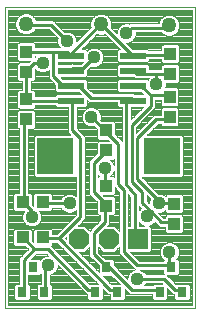
<source format=gtl>
G75*
%MOIN*%
%OFA0B0*%
%FSLAX25Y25*%
%IPPOS*%
%LPD*%
%AMOC8*
5,1,8,0,0,1.08239X$1,22.5*
%
%ADD10C,0.00000*%
%ADD11R,0.03937X0.04331*%
%ADD12R,0.08661X0.02362*%
%ADD13R,0.03150X0.03543*%
%ADD14R,0.04331X0.03937*%
%ADD15R,0.06731X0.06731*%
%ADD16OC8,0.06731*%
%ADD17R,0.12268X0.12268*%
%ADD18C,0.05000*%
%ADD19C,0.01000*%
%ADD20C,0.04400*%
%ADD21C,0.00394*%
D10*
X0483333Y0003682D02*
X0483333Y0104076D01*
X0546719Y0104076D01*
X0546719Y0003682D01*
X0483333Y0003682D01*
D11*
X0539829Y0031871D03*
X0517113Y0037934D03*
X0539829Y0038564D03*
X0517113Y0044627D03*
X0517129Y0056387D03*
X0517129Y0063080D03*
X0538255Y0067541D03*
X0538255Y0074234D03*
X0538491Y0081871D03*
X0538491Y0088564D03*
X0490459Y0089273D03*
X0490459Y0082580D03*
X0490459Y0073407D03*
X0490459Y0066714D03*
D12*
X0505499Y0072993D03*
X0525971Y0072993D03*
X0525971Y0077993D03*
X0505499Y0077993D03*
X0505499Y0082993D03*
X0525971Y0082993D03*
X0525971Y0087993D03*
X0505499Y0087993D03*
D13*
X0517152Y0017383D03*
X0538727Y0017501D03*
X0534987Y0009234D03*
X0542467Y0009234D03*
X0520892Y0009115D03*
X0513412Y0009115D03*
X0496562Y0009234D03*
X0489081Y0009234D03*
X0492822Y0017501D03*
D14*
X0496010Y0027344D03*
X0489318Y0027344D03*
X0489318Y0039194D03*
X0496010Y0039194D03*
D15*
X0527782Y0026911D03*
D16*
X0517940Y0026911D03*
X0508097Y0026911D03*
D17*
X0500223Y0054470D03*
X0535656Y0054470D03*
D18*
X0538058Y0098052D03*
X0515381Y0098446D03*
X0490302Y0098564D03*
D19*
X0490533Y0098182D01*
X0498633Y0098182D01*
X0504033Y0092782D01*
X0504033Y0089182D02*
X0499533Y0089182D01*
X0499533Y0081082D01*
X0502233Y0078382D01*
X0504933Y0078382D01*
X0505499Y0077993D01*
X0505833Y0077482D01*
X0508533Y0077482D01*
X0512133Y0073882D01*
X0523833Y0073882D01*
X0525971Y0072993D01*
X0525633Y0073882D01*
X0523833Y0073882D01*
X0523833Y0045082D01*
X0526646Y0041482D01*
X0526646Y0027082D01*
X0527782Y0026911D01*
X0516633Y0032482D02*
X0513033Y0028882D01*
X0513033Y0021682D01*
X0516633Y0018082D01*
X0517152Y0017383D01*
X0517533Y0018082D01*
X0525633Y0009982D01*
X0534633Y0009982D01*
X0534987Y0009234D01*
X0536433Y0013582D02*
X0540033Y0009982D01*
X0541833Y0009982D01*
X0542467Y0009234D01*
X0536433Y0013582D02*
X0527433Y0013582D01*
X0520892Y0009115D02*
X0520233Y0009982D01*
X0518433Y0009982D01*
X0501333Y0027082D01*
X0508533Y0034282D01*
X0508533Y0060382D01*
X0505833Y0063082D01*
X0505833Y0072982D01*
X0505499Y0072993D01*
X0504933Y0072982D01*
X0490533Y0072982D01*
X0490459Y0073407D01*
X0490533Y0073882D01*
X0490533Y0081982D01*
X0490459Y0082580D01*
X0490533Y0082882D01*
X0493233Y0085582D01*
X0495933Y0085582D01*
X0505499Y0082993D02*
X0505833Y0083782D01*
X0509433Y0083782D01*
X0513033Y0087382D01*
X0505499Y0087993D02*
X0504933Y0088282D01*
X0514833Y0098182D01*
X0515381Y0098446D01*
X0515733Y0098182D01*
X0525633Y0088282D01*
X0525971Y0087993D01*
X0526533Y0088282D01*
X0538233Y0088282D01*
X0538491Y0088564D01*
X0527433Y0081982D02*
X0526533Y0082882D01*
X0525971Y0082993D01*
X0527433Y0081982D02*
X0533733Y0081982D01*
X0533733Y0078382D01*
X0531933Y0074782D02*
X0529233Y0077482D01*
X0526533Y0077482D01*
X0525971Y0077993D01*
X0531933Y0074782D02*
X0531933Y0071182D01*
X0525633Y0064882D01*
X0525633Y0045982D01*
X0529233Y0042382D01*
X0529233Y0038782D01*
X0531933Y0036082D01*
X0530640Y0034395D01*
X0531933Y0036082D02*
X0535533Y0032482D01*
X0539133Y0032482D01*
X0539829Y0031871D01*
X0516633Y0032482D02*
X0516633Y0037882D01*
X0517113Y0037934D01*
X0516633Y0038782D01*
X0513033Y0042382D01*
X0513033Y0052282D01*
X0516633Y0055882D01*
X0517129Y0056387D01*
X0521133Y0058582D02*
X0517533Y0062182D01*
X0517129Y0063080D01*
X0516633Y0063082D01*
X0512133Y0067582D01*
X0490459Y0066714D02*
X0489633Y0066682D01*
X0489633Y0039682D01*
X0489318Y0039194D01*
X0489633Y0038782D01*
X0492333Y0036082D01*
X0492333Y0034282D01*
X0496010Y0039194D02*
X0496833Y0038782D01*
X0504933Y0038782D01*
X0521133Y0045082D02*
X0522933Y0043282D01*
X0522933Y0022582D01*
X0527433Y0018082D01*
X0538233Y0018082D01*
X0538727Y0017501D01*
X0538233Y0018082D02*
X0538233Y0022582D01*
X0511233Y0009982D02*
X0497733Y0023482D01*
X0493233Y0023482D01*
X0489633Y0019882D01*
X0489633Y0009982D01*
X0489081Y0009234D01*
X0496562Y0009234D02*
X0496833Y0009982D01*
X0496833Y0017182D01*
X0497733Y0018082D01*
X0493233Y0023482D02*
X0489633Y0027082D01*
X0489318Y0027344D01*
X0496010Y0027344D02*
X0496833Y0027082D01*
X0501333Y0027082D01*
X0527433Y0046882D02*
X0535533Y0038782D01*
X0534633Y0038782D01*
X0535533Y0038782D02*
X0539133Y0038782D01*
X0539829Y0038564D01*
X0521133Y0045082D02*
X0521133Y0058582D01*
X0527433Y0060382D02*
X0527433Y0046882D01*
X0517113Y0044627D02*
X0516633Y0045982D01*
X0516633Y0050482D01*
X0527433Y0060382D02*
X0533733Y0066682D01*
X0538233Y0066682D01*
X0538255Y0067541D01*
X0538255Y0074234D02*
X0538233Y0074782D01*
X0531933Y0074782D01*
X0533733Y0081982D02*
X0538233Y0081982D01*
X0538491Y0081871D01*
X0504933Y0088282D02*
X0504033Y0089182D01*
X0499533Y0089182D02*
X0490533Y0089182D01*
X0490459Y0089273D01*
X0523833Y0095482D02*
X0525633Y0097282D01*
X0537333Y0097282D01*
X0538058Y0098052D01*
X0513033Y0009982D02*
X0511233Y0009982D01*
X0513033Y0009982D02*
X0513412Y0009115D01*
D20*
X0527433Y0013582D03*
X0497733Y0018082D03*
X0538233Y0022582D03*
X0530640Y0034395D03*
X0534633Y0038782D03*
X0504933Y0038782D03*
X0492333Y0034282D03*
X0516633Y0050482D03*
X0512133Y0067582D03*
X0533733Y0078382D03*
X0495933Y0085582D03*
X0513033Y0087382D03*
X0504033Y0092782D03*
X0523833Y0095482D03*
D21*
X0520636Y0095460D02*
X0520573Y0095460D01*
X0520636Y0095396D02*
X0518703Y0097330D01*
X0518877Y0097751D01*
X0518877Y0099142D01*
X0518345Y0100427D01*
X0517361Y0101411D01*
X0516076Y0101943D01*
X0514685Y0101943D01*
X0513400Y0101411D01*
X0512416Y0100427D01*
X0511884Y0099142D01*
X0511884Y0097751D01*
X0512001Y0097467D01*
X0507230Y0092696D01*
X0507230Y0093418D01*
X0506743Y0094593D01*
X0505844Y0095493D01*
X0504669Y0095979D01*
X0503397Y0095979D01*
X0503083Y0095849D01*
X0499253Y0099679D01*
X0493625Y0099679D01*
X0493266Y0100545D01*
X0492283Y0101529D01*
X0490997Y0102061D01*
X0489606Y0102061D01*
X0488321Y0101529D01*
X0487337Y0100545D01*
X0486805Y0099260D01*
X0486805Y0097869D01*
X0487337Y0096583D01*
X0488321Y0095600D01*
X0489606Y0095067D01*
X0490997Y0095067D01*
X0492283Y0095600D01*
X0493266Y0096583D01*
X0493309Y0096686D01*
X0498013Y0096686D01*
X0500967Y0093732D01*
X0500836Y0093418D01*
X0500836Y0092146D01*
X0501323Y0090971D01*
X0501615Y0090679D01*
X0493425Y0090679D01*
X0493425Y0091851D01*
X0492841Y0092435D01*
X0488078Y0092435D01*
X0487494Y0091851D01*
X0487494Y0086695D01*
X0488078Y0086111D01*
X0491645Y0086111D01*
X0491276Y0085742D01*
X0488078Y0085742D01*
X0487494Y0085158D01*
X0487494Y0080002D01*
X0488078Y0079418D01*
X0489036Y0079418D01*
X0489036Y0076569D01*
X0488078Y0076569D01*
X0487494Y0075985D01*
X0487494Y0070829D01*
X0488078Y0070245D01*
X0492841Y0070245D01*
X0493425Y0070829D01*
X0493425Y0071486D01*
X0500171Y0071486D01*
X0500171Y0071399D01*
X0500755Y0070815D01*
X0504336Y0070815D01*
X0504336Y0062462D01*
X0505198Y0061600D01*
X0493676Y0061600D01*
X0493092Y0061017D01*
X0493092Y0047923D01*
X0493676Y0047339D01*
X0506770Y0047339D01*
X0507036Y0047606D01*
X0507036Y0041200D01*
X0506744Y0041493D01*
X0505569Y0041979D01*
X0504297Y0041979D01*
X0503122Y0041493D01*
X0502223Y0040593D01*
X0502093Y0040279D01*
X0499173Y0040279D01*
X0499173Y0041576D01*
X0498589Y0042160D01*
X0493432Y0042160D01*
X0492848Y0041576D01*
X0492848Y0037684D01*
X0492480Y0038053D01*
X0492480Y0041576D01*
X0491896Y0042160D01*
X0491130Y0042160D01*
X0491130Y0063552D01*
X0492841Y0063552D01*
X0493425Y0064136D01*
X0493425Y0069292D01*
X0492841Y0069876D01*
X0488078Y0069876D01*
X0487494Y0069292D01*
X0487494Y0064136D01*
X0488078Y0063552D01*
X0488136Y0063552D01*
X0488136Y0042160D01*
X0486739Y0042160D01*
X0486155Y0041576D01*
X0486155Y0036813D01*
X0486739Y0036229D01*
X0489759Y0036229D01*
X0489623Y0036093D01*
X0489136Y0034918D01*
X0489136Y0033646D01*
X0489623Y0032471D01*
X0490522Y0031572D01*
X0491697Y0031086D01*
X0492969Y0031086D01*
X0494144Y0031572D01*
X0495043Y0032471D01*
X0495530Y0033646D01*
X0495530Y0034918D01*
X0495043Y0036093D01*
X0494908Y0036229D01*
X0498589Y0036229D01*
X0499173Y0036813D01*
X0499173Y0037286D01*
X0502093Y0037286D01*
X0502223Y0036971D01*
X0503122Y0036072D01*
X0504297Y0035586D01*
X0505569Y0035586D01*
X0506744Y0036072D01*
X0507036Y0036365D01*
X0507036Y0034902D01*
X0500713Y0028579D01*
X0499173Y0028579D01*
X0499173Y0029725D01*
X0498589Y0030309D01*
X0493432Y0030309D01*
X0492848Y0029725D01*
X0492848Y0025984D01*
X0492480Y0026353D01*
X0492480Y0029725D01*
X0491896Y0030309D01*
X0486739Y0030309D01*
X0486155Y0029725D01*
X0486155Y0024962D01*
X0486739Y0024378D01*
X0490220Y0024378D01*
X0491116Y0023482D01*
X0488136Y0020502D01*
X0488136Y0012002D01*
X0487094Y0012002D01*
X0486510Y0011418D01*
X0486510Y0007049D01*
X0487094Y0006465D01*
X0491069Y0006465D01*
X0491653Y0007049D01*
X0491653Y0011418D01*
X0491130Y0011941D01*
X0491130Y0014733D01*
X0494809Y0014733D01*
X0495336Y0015260D01*
X0495336Y0012002D01*
X0494574Y0012002D01*
X0493990Y0011418D01*
X0493990Y0007049D01*
X0494574Y0006465D01*
X0498549Y0006465D01*
X0499133Y0007049D01*
X0499133Y0011418D01*
X0498549Y0012002D01*
X0498330Y0012002D01*
X0498330Y0014886D01*
X0498369Y0014886D01*
X0499544Y0015372D01*
X0500443Y0016271D01*
X0500930Y0017446D01*
X0500930Y0018169D01*
X0510613Y0008486D01*
X0510840Y0008486D01*
X0510840Y0006931D01*
X0511424Y0006347D01*
X0515400Y0006347D01*
X0515984Y0006931D01*
X0515984Y0010315D01*
X0517813Y0008486D01*
X0518321Y0008486D01*
X0518321Y0006931D01*
X0518905Y0006347D01*
X0522880Y0006347D01*
X0523464Y0006931D01*
X0523464Y0010035D01*
X0525013Y0008486D01*
X0532415Y0008486D01*
X0532415Y0007049D01*
X0532999Y0006465D01*
X0536975Y0006465D01*
X0537559Y0007049D01*
X0537559Y0010340D01*
X0539413Y0008486D01*
X0539896Y0008486D01*
X0539896Y0007049D01*
X0540479Y0006465D01*
X0544455Y0006465D01*
X0545039Y0007049D01*
X0545039Y0011418D01*
X0544455Y0012002D01*
X0540479Y0012002D01*
X0540305Y0011828D01*
X0537930Y0014202D01*
X0537400Y0014733D01*
X0540715Y0014733D01*
X0541299Y0015317D01*
X0541299Y0019686D01*
X0540715Y0020270D01*
X0540442Y0020270D01*
X0540943Y0020771D01*
X0541430Y0021946D01*
X0541430Y0023218D01*
X0540943Y0024393D01*
X0540044Y0025293D01*
X0538869Y0025779D01*
X0537597Y0025779D01*
X0536422Y0025293D01*
X0535523Y0024393D01*
X0535036Y0023218D01*
X0535036Y0021946D01*
X0535523Y0020771D01*
X0536382Y0019913D01*
X0536155Y0019686D01*
X0536155Y0019579D01*
X0528053Y0019579D01*
X0525084Y0022549D01*
X0531560Y0022549D01*
X0532144Y0023132D01*
X0532144Y0030689D01*
X0531560Y0031273D01*
X0531456Y0031273D01*
X0532450Y0031685D01*
X0533332Y0032567D01*
X0534913Y0030986D01*
X0536864Y0030986D01*
X0536864Y0029293D01*
X0537448Y0028709D01*
X0542211Y0028709D01*
X0542795Y0029293D01*
X0542795Y0034450D01*
X0542211Y0035034D01*
X0537448Y0035034D01*
X0536864Y0034450D01*
X0536864Y0033979D01*
X0536153Y0033979D01*
X0534547Y0035586D01*
X0535269Y0035586D01*
X0536444Y0036072D01*
X0536864Y0036492D01*
X0536864Y0035986D01*
X0537448Y0035402D01*
X0542211Y0035402D01*
X0542795Y0035986D01*
X0542795Y0041143D01*
X0542211Y0041726D01*
X0537448Y0041726D01*
X0536864Y0041143D01*
X0536864Y0041073D01*
X0536444Y0041493D01*
X0535269Y0041979D01*
X0534453Y0041979D01*
X0528930Y0047502D01*
X0528930Y0047518D01*
X0529109Y0047339D01*
X0542203Y0047339D01*
X0542787Y0047923D01*
X0542787Y0061017D01*
X0542203Y0061600D01*
X0530768Y0061600D01*
X0534353Y0065186D01*
X0535289Y0065186D01*
X0535289Y0064962D01*
X0535873Y0064378D01*
X0540636Y0064378D01*
X0541220Y0064962D01*
X0541220Y0070119D01*
X0540636Y0070703D01*
X0535873Y0070703D01*
X0535289Y0070119D01*
X0535289Y0068179D01*
X0533113Y0068179D01*
X0527130Y0062196D01*
X0527130Y0064262D01*
X0532553Y0069686D01*
X0533430Y0070562D01*
X0533430Y0073286D01*
X0535289Y0073286D01*
X0535289Y0071655D01*
X0535873Y0071071D01*
X0540636Y0071071D01*
X0541220Y0071655D01*
X0541220Y0076812D01*
X0540636Y0077396D01*
X0536785Y0077396D01*
X0536930Y0077746D01*
X0536930Y0078709D01*
X0540872Y0078709D01*
X0541456Y0079293D01*
X0541456Y0084450D01*
X0540872Y0085034D01*
X0536109Y0085034D01*
X0535525Y0084450D01*
X0535525Y0083479D01*
X0531299Y0083479D01*
X0531299Y0084587D01*
X0530715Y0085171D01*
X0521227Y0085171D01*
X0520644Y0084587D01*
X0520644Y0081399D01*
X0521227Y0080815D01*
X0526483Y0080815D01*
X0526813Y0080486D01*
X0531315Y0080486D01*
X0531023Y0080193D01*
X0530926Y0079960D01*
X0530715Y0080171D01*
X0521227Y0080171D01*
X0520644Y0079587D01*
X0520644Y0076399D01*
X0521227Y0075815D01*
X0528783Y0075815D01*
X0529428Y0075171D01*
X0526461Y0075171D01*
X0526253Y0075379D01*
X0525954Y0075379D01*
X0525681Y0075502D01*
X0525359Y0075379D01*
X0524132Y0075379D01*
X0523836Y0075503D01*
X0523537Y0075379D01*
X0512753Y0075379D01*
X0510826Y0077306D01*
X0510826Y0079587D01*
X0510242Y0080171D01*
X0502561Y0080171D01*
X0501917Y0080815D01*
X0510242Y0080815D01*
X0510826Y0081399D01*
X0510826Y0083058D01*
X0512083Y0084316D01*
X0512397Y0084186D01*
X0513669Y0084186D01*
X0514844Y0084672D01*
X0515743Y0085571D01*
X0516230Y0086746D01*
X0516230Y0088018D01*
X0515743Y0089193D01*
X0514844Y0090093D01*
X0513669Y0090579D01*
X0512397Y0090579D01*
X0511222Y0090093D01*
X0510772Y0089642D01*
X0510242Y0090171D01*
X0508939Y0090171D01*
X0514001Y0095233D01*
X0514685Y0094949D01*
X0516076Y0094949D01*
X0516623Y0095176D01*
X0521628Y0090171D01*
X0521227Y0090171D01*
X0520644Y0089587D01*
X0520644Y0086399D01*
X0521227Y0085815D01*
X0530715Y0085815D01*
X0531299Y0086399D01*
X0531299Y0086786D01*
X0535525Y0086786D01*
X0535525Y0085986D01*
X0536109Y0085402D01*
X0540872Y0085402D01*
X0541456Y0085986D01*
X0541456Y0091143D01*
X0540872Y0091726D01*
X0536109Y0091726D01*
X0535525Y0091143D01*
X0535525Y0089779D01*
X0531107Y0089779D01*
X0530715Y0090171D01*
X0525861Y0090171D01*
X0523747Y0092286D01*
X0524469Y0092286D01*
X0525644Y0092772D01*
X0526543Y0093671D01*
X0527030Y0094846D01*
X0527030Y0095786D01*
X0535379Y0095786D01*
X0536077Y0095088D01*
X0537362Y0094556D01*
X0538753Y0094556D01*
X0540039Y0095088D01*
X0541022Y0096072D01*
X0541555Y0097357D01*
X0541555Y0098748D01*
X0541022Y0100033D01*
X0540039Y0101017D01*
X0538753Y0101549D01*
X0537362Y0101549D01*
X0536077Y0101017D01*
X0535093Y0100033D01*
X0534574Y0098779D01*
X0525013Y0098779D01*
X0524783Y0098549D01*
X0524469Y0098679D01*
X0523197Y0098679D01*
X0522022Y0098193D01*
X0521123Y0097293D01*
X0520636Y0096118D01*
X0520636Y0095396D01*
X0520636Y0095852D02*
X0520180Y0095852D01*
X0519788Y0096244D02*
X0520689Y0096244D01*
X0520851Y0096637D02*
X0519396Y0096637D01*
X0519004Y0097029D02*
X0521014Y0097029D01*
X0521251Y0097421D02*
X0518741Y0097421D01*
X0518877Y0097813D02*
X0521643Y0097813D01*
X0522054Y0098205D02*
X0518877Y0098205D01*
X0518877Y0098598D02*
X0523001Y0098598D01*
X0524666Y0098598D02*
X0524832Y0098598D01*
X0518877Y0098990D02*
X0534661Y0098990D01*
X0534824Y0099382D02*
X0518778Y0099382D01*
X0518615Y0099774D02*
X0534986Y0099774D01*
X0535227Y0100167D02*
X0518453Y0100167D01*
X0518213Y0100559D02*
X0535619Y0100559D01*
X0536011Y0100951D02*
X0517821Y0100951D01*
X0517429Y0101343D02*
X0536865Y0101343D01*
X0539251Y0101343D02*
X0545722Y0101343D01*
X0545722Y0100951D02*
X0540104Y0100951D01*
X0540497Y0100559D02*
X0545722Y0100559D01*
X0545722Y0100167D02*
X0540889Y0100167D01*
X0541129Y0099774D02*
X0545722Y0099774D01*
X0545722Y0099382D02*
X0541292Y0099382D01*
X0541454Y0098990D02*
X0545722Y0098990D01*
X0545722Y0098598D02*
X0541555Y0098598D01*
X0541555Y0098205D02*
X0545722Y0098205D01*
X0545722Y0097813D02*
X0541555Y0097813D01*
X0541555Y0097421D02*
X0545722Y0097421D01*
X0545722Y0097029D02*
X0541419Y0097029D01*
X0541256Y0096637D02*
X0545722Y0096637D01*
X0545722Y0096244D02*
X0541094Y0096244D01*
X0540803Y0095852D02*
X0545722Y0095852D01*
X0545722Y0095460D02*
X0540411Y0095460D01*
X0539990Y0095068D02*
X0545722Y0095068D01*
X0545722Y0094676D02*
X0539043Y0094676D01*
X0537073Y0094676D02*
X0526959Y0094676D01*
X0527030Y0095068D02*
X0536126Y0095068D01*
X0535705Y0095460D02*
X0527030Y0095460D01*
X0526797Y0094283D02*
X0545722Y0094283D01*
X0545722Y0093891D02*
X0526634Y0093891D01*
X0526371Y0093499D02*
X0545722Y0093499D01*
X0545722Y0093107D02*
X0525979Y0093107D01*
X0525505Y0092715D02*
X0545722Y0092715D01*
X0545722Y0092322D02*
X0524558Y0092322D01*
X0524102Y0091930D02*
X0545722Y0091930D01*
X0545722Y0091538D02*
X0541061Y0091538D01*
X0541453Y0091146D02*
X0545722Y0091146D01*
X0545722Y0090753D02*
X0541456Y0090753D01*
X0541456Y0090361D02*
X0545722Y0090361D01*
X0545722Y0089969D02*
X0541456Y0089969D01*
X0541456Y0089577D02*
X0545722Y0089577D01*
X0545722Y0089185D02*
X0541456Y0089185D01*
X0541456Y0088792D02*
X0545722Y0088792D01*
X0545722Y0088400D02*
X0541456Y0088400D01*
X0541456Y0088008D02*
X0545722Y0088008D01*
X0545722Y0087616D02*
X0541456Y0087616D01*
X0541456Y0087224D02*
X0545722Y0087224D01*
X0545722Y0086831D02*
X0541456Y0086831D01*
X0541456Y0086439D02*
X0545722Y0086439D01*
X0545722Y0086047D02*
X0541456Y0086047D01*
X0541125Y0085655D02*
X0545722Y0085655D01*
X0545722Y0085262D02*
X0515434Y0085262D01*
X0515778Y0085655D02*
X0535857Y0085655D01*
X0535525Y0086047D02*
X0530946Y0086047D01*
X0531299Y0086439D02*
X0535525Y0086439D01*
X0535946Y0084870D02*
X0531016Y0084870D01*
X0531299Y0084478D02*
X0535554Y0084478D01*
X0535525Y0084086D02*
X0531299Y0084086D01*
X0531299Y0083694D02*
X0535525Y0083694D01*
X0541035Y0084870D02*
X0545722Y0084870D01*
X0545722Y0084478D02*
X0541428Y0084478D01*
X0541456Y0084086D02*
X0545722Y0084086D01*
X0545722Y0083694D02*
X0541456Y0083694D01*
X0541456Y0083301D02*
X0545722Y0083301D01*
X0545722Y0082909D02*
X0541456Y0082909D01*
X0541456Y0082517D02*
X0545722Y0082517D01*
X0545722Y0082125D02*
X0541456Y0082125D01*
X0541456Y0081733D02*
X0545722Y0081733D01*
X0545722Y0081340D02*
X0541456Y0081340D01*
X0541456Y0080948D02*
X0545722Y0080948D01*
X0545722Y0080556D02*
X0541456Y0080556D01*
X0541456Y0080164D02*
X0545722Y0080164D01*
X0545722Y0079772D02*
X0541456Y0079772D01*
X0541456Y0079379D02*
X0545722Y0079379D01*
X0545722Y0078987D02*
X0541150Y0078987D01*
X0536930Y0078595D02*
X0545722Y0078595D01*
X0545722Y0078203D02*
X0536930Y0078203D01*
X0536930Y0077810D02*
X0545722Y0077810D01*
X0545722Y0077418D02*
X0536794Y0077418D01*
X0541006Y0077026D02*
X0545722Y0077026D01*
X0545722Y0076634D02*
X0541220Y0076634D01*
X0541220Y0076242D02*
X0545722Y0076242D01*
X0545722Y0075849D02*
X0541220Y0075849D01*
X0541220Y0075457D02*
X0545722Y0075457D01*
X0545722Y0075065D02*
X0541220Y0075065D01*
X0541220Y0074673D02*
X0545722Y0074673D01*
X0545722Y0074281D02*
X0541220Y0074281D01*
X0541220Y0073888D02*
X0545722Y0073888D01*
X0545722Y0073496D02*
X0541220Y0073496D01*
X0541220Y0073104D02*
X0545722Y0073104D01*
X0545722Y0072712D02*
X0541220Y0072712D01*
X0541220Y0072319D02*
X0545722Y0072319D01*
X0545722Y0071927D02*
X0541220Y0071927D01*
X0541100Y0071535D02*
X0545722Y0071535D01*
X0545722Y0071143D02*
X0540708Y0071143D01*
X0540980Y0070358D02*
X0545722Y0070358D01*
X0545722Y0069966D02*
X0541220Y0069966D01*
X0541220Y0069574D02*
X0545722Y0069574D01*
X0545722Y0069182D02*
X0541220Y0069182D01*
X0541220Y0068790D02*
X0545722Y0068790D01*
X0545722Y0068397D02*
X0541220Y0068397D01*
X0541220Y0068005D02*
X0545722Y0068005D01*
X0545722Y0067613D02*
X0541220Y0067613D01*
X0541220Y0067221D02*
X0545722Y0067221D01*
X0545722Y0066829D02*
X0541220Y0066829D01*
X0541220Y0066436D02*
X0545722Y0066436D01*
X0545722Y0066044D02*
X0541220Y0066044D01*
X0541220Y0065652D02*
X0545722Y0065652D01*
X0545722Y0065260D02*
X0541220Y0065260D01*
X0541125Y0064867D02*
X0545722Y0064867D01*
X0545722Y0064475D02*
X0540733Y0064475D01*
X0535776Y0064475D02*
X0533643Y0064475D01*
X0533251Y0064083D02*
X0545722Y0064083D01*
X0545722Y0063691D02*
X0532859Y0063691D01*
X0532466Y0063299D02*
X0545722Y0063299D01*
X0545722Y0062906D02*
X0532074Y0062906D01*
X0531682Y0062514D02*
X0545722Y0062514D01*
X0545722Y0062122D02*
X0531290Y0062122D01*
X0530898Y0061730D02*
X0545722Y0061730D01*
X0545722Y0061338D02*
X0542466Y0061338D01*
X0542787Y0060945D02*
X0545722Y0060945D01*
X0545722Y0060553D02*
X0542787Y0060553D01*
X0542787Y0060161D02*
X0545722Y0060161D01*
X0545722Y0059769D02*
X0542787Y0059769D01*
X0542787Y0059376D02*
X0545722Y0059376D01*
X0545722Y0058984D02*
X0542787Y0058984D01*
X0542787Y0058592D02*
X0545722Y0058592D01*
X0545722Y0058200D02*
X0542787Y0058200D01*
X0542787Y0057808D02*
X0545722Y0057808D01*
X0545722Y0057415D02*
X0542787Y0057415D01*
X0542787Y0057023D02*
X0545722Y0057023D01*
X0545722Y0056631D02*
X0542787Y0056631D01*
X0542787Y0056239D02*
X0545722Y0056239D01*
X0545722Y0055847D02*
X0542787Y0055847D01*
X0542787Y0055454D02*
X0545722Y0055454D01*
X0545722Y0055062D02*
X0542787Y0055062D01*
X0542787Y0054670D02*
X0545722Y0054670D01*
X0545722Y0054278D02*
X0542787Y0054278D01*
X0542787Y0053886D02*
X0545722Y0053886D01*
X0545722Y0053493D02*
X0542787Y0053493D01*
X0542787Y0053101D02*
X0545722Y0053101D01*
X0545722Y0052709D02*
X0542787Y0052709D01*
X0542787Y0052317D02*
X0545722Y0052317D01*
X0545722Y0051924D02*
X0542787Y0051924D01*
X0542787Y0051532D02*
X0545722Y0051532D01*
X0545722Y0051140D02*
X0542787Y0051140D01*
X0542787Y0050748D02*
X0545722Y0050748D01*
X0545722Y0050356D02*
X0542787Y0050356D01*
X0542787Y0049963D02*
X0545722Y0049963D01*
X0545722Y0049571D02*
X0542787Y0049571D01*
X0542787Y0049179D02*
X0545722Y0049179D01*
X0545722Y0048787D02*
X0542787Y0048787D01*
X0542787Y0048395D02*
X0545722Y0048395D01*
X0545722Y0048002D02*
X0542787Y0048002D01*
X0542474Y0047610D02*
X0545722Y0047610D01*
X0545722Y0047218D02*
X0529215Y0047218D01*
X0529607Y0046826D02*
X0545722Y0046826D01*
X0545722Y0046433D02*
X0529999Y0046433D01*
X0530391Y0046041D02*
X0545722Y0046041D01*
X0545722Y0045649D02*
X0530783Y0045649D01*
X0531176Y0045257D02*
X0545722Y0045257D01*
X0545722Y0044865D02*
X0531568Y0044865D01*
X0531960Y0044472D02*
X0545722Y0044472D01*
X0545722Y0044080D02*
X0532352Y0044080D01*
X0532745Y0043688D02*
X0545722Y0043688D01*
X0545722Y0043296D02*
X0533137Y0043296D01*
X0533529Y0042904D02*
X0545722Y0042904D01*
X0545722Y0042511D02*
X0533921Y0042511D01*
X0534313Y0042119D02*
X0545722Y0042119D01*
X0545722Y0041727D02*
X0535878Y0041727D01*
X0536602Y0041335D02*
X0537056Y0041335D01*
X0531830Y0040369D02*
X0530730Y0041469D01*
X0530730Y0039402D01*
X0531436Y0038696D01*
X0531436Y0039418D01*
X0531830Y0040369D01*
X0531743Y0040158D02*
X0530730Y0040158D01*
X0530730Y0039766D02*
X0531580Y0039766D01*
X0531436Y0039374D02*
X0530759Y0039374D01*
X0531151Y0038981D02*
X0531436Y0038981D01*
X0528811Y0037088D02*
X0528143Y0036419D01*
X0528143Y0037756D01*
X0528613Y0037286D01*
X0528811Y0037088D01*
X0528744Y0037020D02*
X0528143Y0037020D01*
X0528143Y0036628D02*
X0528352Y0036628D01*
X0528486Y0037413D02*
X0528143Y0037413D01*
X0525149Y0037413D02*
X0524430Y0037413D01*
X0524430Y0037805D02*
X0525149Y0037805D01*
X0525149Y0038197D02*
X0524430Y0038197D01*
X0524430Y0038589D02*
X0525149Y0038589D01*
X0525149Y0038981D02*
X0524430Y0038981D01*
X0524430Y0039374D02*
X0525149Y0039374D01*
X0525149Y0039766D02*
X0524430Y0039766D01*
X0524430Y0040158D02*
X0525149Y0040158D01*
X0525149Y0040550D02*
X0524430Y0040550D01*
X0524430Y0040943D02*
X0525149Y0040943D01*
X0525149Y0040967D02*
X0524430Y0041887D01*
X0524430Y0031273D01*
X0525149Y0031273D01*
X0525149Y0040967D01*
X0524862Y0041335D02*
X0524430Y0041335D01*
X0524430Y0041727D02*
X0524555Y0041727D01*
X0521436Y0041727D02*
X0519756Y0041727D01*
X0519494Y0041465D02*
X0520078Y0042049D01*
X0520078Y0044021D01*
X0520513Y0043586D01*
X0521436Y0042662D01*
X0521436Y0029583D01*
X0519747Y0031273D01*
X0517541Y0031273D01*
X0518130Y0031862D01*
X0518130Y0034772D01*
X0519494Y0034772D01*
X0520078Y0035356D01*
X0520078Y0040513D01*
X0519494Y0041097D01*
X0516436Y0041097D01*
X0516067Y0041465D01*
X0519494Y0041465D01*
X0519648Y0040943D02*
X0521436Y0040943D01*
X0521436Y0041335D02*
X0516198Y0041335D01*
X0514148Y0039151D02*
X0512413Y0040886D01*
X0511536Y0041762D01*
X0511536Y0052902D01*
X0514163Y0055529D01*
X0514163Y0058965D01*
X0514747Y0059549D01*
X0518050Y0059549D01*
X0517681Y0059918D01*
X0514747Y0059918D01*
X0514163Y0060502D01*
X0514163Y0063436D01*
X0513083Y0064516D01*
X0512769Y0064386D01*
X0511497Y0064386D01*
X0510322Y0064872D01*
X0509423Y0065771D01*
X0508936Y0066946D01*
X0508936Y0068218D01*
X0509423Y0069393D01*
X0510322Y0070293D01*
X0511497Y0070779D01*
X0512769Y0070779D01*
X0513944Y0070293D01*
X0514843Y0069393D01*
X0515330Y0068218D01*
X0515330Y0066946D01*
X0515200Y0066632D01*
X0515590Y0066242D01*
X0519510Y0066242D01*
X0520094Y0065658D01*
X0520094Y0061739D01*
X0522336Y0059496D01*
X0522336Y0070815D01*
X0521227Y0070815D01*
X0520644Y0071399D01*
X0520644Y0072386D01*
X0511513Y0072386D01*
X0510826Y0073073D01*
X0510826Y0071399D01*
X0510242Y0070815D01*
X0507330Y0070815D01*
X0507330Y0063702D01*
X0509153Y0061879D01*
X0510030Y0061002D01*
X0510030Y0033662D01*
X0507641Y0031273D01*
X0509904Y0031273D01*
X0511605Y0029571D01*
X0512413Y0030379D01*
X0515136Y0033102D01*
X0515136Y0034772D01*
X0514731Y0034772D01*
X0514148Y0035356D01*
X0514148Y0039151D01*
X0514148Y0038981D02*
X0510030Y0038981D01*
X0510030Y0038589D02*
X0514148Y0038589D01*
X0514148Y0038197D02*
X0510030Y0038197D01*
X0510030Y0037805D02*
X0514148Y0037805D01*
X0514148Y0037413D02*
X0510030Y0037413D01*
X0510030Y0037020D02*
X0514148Y0037020D01*
X0514148Y0036628D02*
X0510030Y0036628D01*
X0510030Y0036236D02*
X0514148Y0036236D01*
X0514148Y0035844D02*
X0510030Y0035844D01*
X0510030Y0035452D02*
X0514148Y0035452D01*
X0514444Y0035059D02*
X0510030Y0035059D01*
X0510030Y0034667D02*
X0515136Y0034667D01*
X0515136Y0034275D02*
X0510030Y0034275D01*
X0510030Y0033883D02*
X0515136Y0033883D01*
X0515136Y0033490D02*
X0509858Y0033490D01*
X0509466Y0033098D02*
X0515132Y0033098D01*
X0514740Y0032706D02*
X0509074Y0032706D01*
X0508682Y0032314D02*
X0514348Y0032314D01*
X0513956Y0031922D02*
X0508289Y0031922D01*
X0507897Y0031529D02*
X0513564Y0031529D01*
X0513171Y0031137D02*
X0510040Y0031137D01*
X0510432Y0030745D02*
X0512779Y0030745D01*
X0512387Y0030353D02*
X0510824Y0030353D01*
X0511216Y0029961D02*
X0511995Y0029961D01*
X0517797Y0031529D02*
X0521436Y0031529D01*
X0521436Y0031137D02*
X0519882Y0031137D01*
X0520274Y0030745D02*
X0521436Y0030745D01*
X0521436Y0030353D02*
X0520667Y0030353D01*
X0521059Y0029961D02*
X0521436Y0029961D01*
X0524430Y0031529D02*
X0525149Y0031529D01*
X0525149Y0031922D02*
X0524430Y0031922D01*
X0524430Y0032314D02*
X0525149Y0032314D01*
X0525149Y0032706D02*
X0524430Y0032706D01*
X0524430Y0033098D02*
X0525149Y0033098D01*
X0525149Y0033490D02*
X0524430Y0033490D01*
X0524430Y0033883D02*
X0525149Y0033883D01*
X0525149Y0034275D02*
X0524430Y0034275D01*
X0524430Y0034667D02*
X0525149Y0034667D01*
X0525149Y0035059D02*
X0524430Y0035059D01*
X0524430Y0035452D02*
X0525149Y0035452D01*
X0525149Y0035844D02*
X0524430Y0035844D01*
X0524430Y0036236D02*
X0525149Y0036236D01*
X0525149Y0036628D02*
X0524430Y0036628D01*
X0524430Y0037020D02*
X0525149Y0037020D01*
X0521436Y0037020D02*
X0520078Y0037020D01*
X0520078Y0036628D02*
X0521436Y0036628D01*
X0521436Y0036236D02*
X0520078Y0036236D01*
X0520078Y0035844D02*
X0521436Y0035844D01*
X0521436Y0035452D02*
X0520078Y0035452D01*
X0519781Y0035059D02*
X0521436Y0035059D01*
X0521436Y0034667D02*
X0518130Y0034667D01*
X0518130Y0034275D02*
X0521436Y0034275D01*
X0521436Y0033883D02*
X0518130Y0033883D01*
X0518130Y0033490D02*
X0521436Y0033490D01*
X0521436Y0033098D02*
X0518130Y0033098D01*
X0518130Y0032706D02*
X0521436Y0032706D01*
X0521436Y0032314D02*
X0518130Y0032314D01*
X0518130Y0031922D02*
X0521436Y0031922D01*
X0528143Y0031922D02*
X0528592Y0031922D01*
X0528829Y0031685D02*
X0528143Y0032371D01*
X0528143Y0031273D01*
X0529823Y0031273D01*
X0528829Y0031685D01*
X0529204Y0031529D02*
X0528143Y0031529D01*
X0528143Y0032314D02*
X0528200Y0032314D01*
X0531696Y0031137D02*
X0534762Y0031137D01*
X0534369Y0031529D02*
X0532075Y0031529D01*
X0532687Y0031922D02*
X0533977Y0031922D01*
X0533585Y0032314D02*
X0533080Y0032314D01*
X0532088Y0030745D02*
X0536864Y0030745D01*
X0536864Y0030353D02*
X0532144Y0030353D01*
X0532144Y0029961D02*
X0536864Y0029961D01*
X0536864Y0029568D02*
X0532144Y0029568D01*
X0532144Y0029176D02*
X0536981Y0029176D01*
X0537373Y0028784D02*
X0532144Y0028784D01*
X0532144Y0028392D02*
X0545722Y0028392D01*
X0545722Y0028784D02*
X0542286Y0028784D01*
X0542678Y0029176D02*
X0545722Y0029176D01*
X0545722Y0029568D02*
X0542795Y0029568D01*
X0542795Y0029961D02*
X0545722Y0029961D01*
X0545722Y0030353D02*
X0542795Y0030353D01*
X0542795Y0030745D02*
X0545722Y0030745D01*
X0545722Y0031137D02*
X0542795Y0031137D01*
X0542795Y0031529D02*
X0545722Y0031529D01*
X0545722Y0031922D02*
X0542795Y0031922D01*
X0542795Y0032314D02*
X0545722Y0032314D01*
X0545722Y0032706D02*
X0542795Y0032706D01*
X0542795Y0033098D02*
X0545722Y0033098D01*
X0545722Y0033490D02*
X0542795Y0033490D01*
X0542795Y0033883D02*
X0545722Y0033883D01*
X0545722Y0034275D02*
X0542795Y0034275D01*
X0542577Y0034667D02*
X0545722Y0034667D01*
X0545722Y0035059D02*
X0535073Y0035059D01*
X0535465Y0034667D02*
X0537082Y0034667D01*
X0536864Y0034275D02*
X0535858Y0034275D01*
X0535893Y0035844D02*
X0537006Y0035844D01*
X0536864Y0036236D02*
X0536608Y0036236D01*
X0537398Y0035452D02*
X0534681Y0035452D01*
X0542260Y0035452D02*
X0545722Y0035452D01*
X0545722Y0035844D02*
X0542653Y0035844D01*
X0542795Y0036236D02*
X0545722Y0036236D01*
X0545722Y0036628D02*
X0542795Y0036628D01*
X0542795Y0037020D02*
X0545722Y0037020D01*
X0545722Y0037413D02*
X0542795Y0037413D01*
X0542795Y0037805D02*
X0545722Y0037805D01*
X0545722Y0038197D02*
X0542795Y0038197D01*
X0542795Y0038589D02*
X0545722Y0038589D01*
X0545722Y0038981D02*
X0542795Y0038981D01*
X0542795Y0039374D02*
X0545722Y0039374D01*
X0545722Y0039766D02*
X0542795Y0039766D01*
X0542795Y0040158D02*
X0545722Y0040158D01*
X0545722Y0040550D02*
X0542795Y0040550D01*
X0542795Y0040943D02*
X0545722Y0040943D01*
X0545722Y0041335D02*
X0542603Y0041335D01*
X0531649Y0040550D02*
X0530730Y0040550D01*
X0530730Y0040943D02*
X0531256Y0040943D01*
X0530864Y0041335D02*
X0530730Y0041335D01*
X0521436Y0042119D02*
X0520078Y0042119D01*
X0520078Y0042511D02*
X0521436Y0042511D01*
X0521195Y0042904D02*
X0520078Y0042904D01*
X0520078Y0043296D02*
X0520803Y0043296D01*
X0520411Y0043688D02*
X0520078Y0043688D01*
X0511964Y0041335D02*
X0510030Y0041335D01*
X0510030Y0041727D02*
X0511572Y0041727D01*
X0511536Y0042119D02*
X0510030Y0042119D01*
X0510030Y0042511D02*
X0511536Y0042511D01*
X0511536Y0042904D02*
X0510030Y0042904D01*
X0510030Y0043296D02*
X0511536Y0043296D01*
X0511536Y0043688D02*
X0510030Y0043688D01*
X0510030Y0044080D02*
X0511536Y0044080D01*
X0511536Y0044472D02*
X0510030Y0044472D01*
X0510030Y0044865D02*
X0511536Y0044865D01*
X0511536Y0045257D02*
X0510030Y0045257D01*
X0510030Y0045649D02*
X0511536Y0045649D01*
X0511536Y0046041D02*
X0510030Y0046041D01*
X0510030Y0046433D02*
X0511536Y0046433D01*
X0511536Y0046826D02*
X0510030Y0046826D01*
X0510030Y0047218D02*
X0511536Y0047218D01*
X0511536Y0047610D02*
X0510030Y0047610D01*
X0510030Y0048002D02*
X0511536Y0048002D01*
X0511536Y0048395D02*
X0510030Y0048395D01*
X0510030Y0048787D02*
X0511536Y0048787D01*
X0511536Y0049179D02*
X0510030Y0049179D01*
X0510030Y0049571D02*
X0511536Y0049571D01*
X0511536Y0049963D02*
X0510030Y0049963D01*
X0510030Y0050356D02*
X0511536Y0050356D01*
X0511536Y0050748D02*
X0510030Y0050748D01*
X0510030Y0051140D02*
X0511536Y0051140D01*
X0511536Y0051532D02*
X0510030Y0051532D01*
X0510030Y0051924D02*
X0511536Y0051924D01*
X0511536Y0052317D02*
X0510030Y0052317D01*
X0510030Y0052709D02*
X0511536Y0052709D01*
X0511735Y0053101D02*
X0510030Y0053101D01*
X0510030Y0053493D02*
X0512127Y0053493D01*
X0512520Y0053886D02*
X0510030Y0053886D01*
X0510030Y0054278D02*
X0512912Y0054278D01*
X0513304Y0054670D02*
X0510030Y0054670D01*
X0510030Y0055062D02*
X0513696Y0055062D01*
X0514088Y0055454D02*
X0510030Y0055454D01*
X0510030Y0055847D02*
X0514163Y0055847D01*
X0514163Y0056239D02*
X0510030Y0056239D01*
X0510030Y0056631D02*
X0514163Y0056631D01*
X0514163Y0057023D02*
X0510030Y0057023D01*
X0510030Y0057415D02*
X0514163Y0057415D01*
X0514163Y0057808D02*
X0510030Y0057808D01*
X0510030Y0058200D02*
X0514163Y0058200D01*
X0514163Y0058592D02*
X0510030Y0058592D01*
X0510030Y0058984D02*
X0514182Y0058984D01*
X0514574Y0059376D02*
X0510030Y0059376D01*
X0510030Y0059769D02*
X0517830Y0059769D01*
X0520495Y0061338D02*
X0522336Y0061338D01*
X0522336Y0061730D02*
X0520103Y0061730D01*
X0520094Y0062122D02*
X0522336Y0062122D01*
X0522336Y0062514D02*
X0520094Y0062514D01*
X0520094Y0062906D02*
X0522336Y0062906D01*
X0522336Y0063299D02*
X0520094Y0063299D01*
X0520094Y0063691D02*
X0522336Y0063691D01*
X0522336Y0064083D02*
X0520094Y0064083D01*
X0520094Y0064475D02*
X0522336Y0064475D01*
X0522336Y0064867D02*
X0520094Y0064867D01*
X0520094Y0065260D02*
X0522336Y0065260D01*
X0522336Y0065652D02*
X0520094Y0065652D01*
X0519708Y0066044D02*
X0522336Y0066044D01*
X0522336Y0066436D02*
X0515396Y0066436D01*
X0515281Y0066829D02*
X0522336Y0066829D01*
X0522336Y0067221D02*
X0515330Y0067221D01*
X0515330Y0067613D02*
X0522336Y0067613D01*
X0522336Y0068005D02*
X0515330Y0068005D01*
X0515256Y0068397D02*
X0522336Y0068397D01*
X0522336Y0068790D02*
X0515094Y0068790D01*
X0514931Y0069182D02*
X0522336Y0069182D01*
X0522336Y0069574D02*
X0514663Y0069574D01*
X0514270Y0069966D02*
X0522336Y0069966D01*
X0522336Y0070358D02*
X0513785Y0070358D01*
X0512838Y0070751D02*
X0522336Y0070751D01*
X0520900Y0071143D02*
X0510570Y0071143D01*
X0510826Y0071535D02*
X0520644Y0071535D01*
X0520644Y0071927D02*
X0510826Y0071927D01*
X0510826Y0072319D02*
X0520644Y0072319D01*
X0525330Y0070815D02*
X0525330Y0066696D01*
X0529450Y0070815D01*
X0525330Y0070815D01*
X0525330Y0070751D02*
X0529385Y0070751D01*
X0528993Y0070358D02*
X0525330Y0070358D01*
X0525330Y0069966D02*
X0528600Y0069966D01*
X0528208Y0069574D02*
X0525330Y0069574D01*
X0525330Y0069182D02*
X0527816Y0069182D01*
X0527424Y0068790D02*
X0525330Y0068790D01*
X0525330Y0068397D02*
X0527031Y0068397D01*
X0526639Y0068005D02*
X0525330Y0068005D01*
X0525330Y0067613D02*
X0526247Y0067613D01*
X0525855Y0067221D02*
X0525330Y0067221D01*
X0525330Y0066829D02*
X0525463Y0066829D01*
X0528520Y0065652D02*
X0530586Y0065652D01*
X0530978Y0066044D02*
X0528912Y0066044D01*
X0529304Y0066436D02*
X0531370Y0066436D01*
X0531763Y0066829D02*
X0529696Y0066829D01*
X0530089Y0067221D02*
X0532155Y0067221D01*
X0532547Y0067613D02*
X0530481Y0067613D01*
X0530873Y0068005D02*
X0532939Y0068005D01*
X0532050Y0069182D02*
X0535289Y0069182D01*
X0535289Y0069574D02*
X0532442Y0069574D01*
X0532834Y0069966D02*
X0535289Y0069966D01*
X0535529Y0070358D02*
X0533226Y0070358D01*
X0533430Y0070751D02*
X0545722Y0070751D01*
X0535802Y0071143D02*
X0533430Y0071143D01*
X0533430Y0071535D02*
X0535409Y0071535D01*
X0535289Y0071927D02*
X0533430Y0071927D01*
X0533430Y0072319D02*
X0535289Y0072319D01*
X0535289Y0072712D02*
X0533430Y0072712D01*
X0533430Y0073104D02*
X0535289Y0073104D01*
X0529142Y0075457D02*
X0525781Y0075457D01*
X0525564Y0075457D02*
X0523945Y0075457D01*
X0523726Y0075457D02*
X0512675Y0075457D01*
X0512283Y0075849D02*
X0521194Y0075849D01*
X0520801Y0076242D02*
X0511891Y0076242D01*
X0511499Y0076634D02*
X0520644Y0076634D01*
X0520644Y0077026D02*
X0511107Y0077026D01*
X0510826Y0077418D02*
X0520644Y0077418D01*
X0520644Y0077810D02*
X0510826Y0077810D01*
X0510826Y0078203D02*
X0520644Y0078203D01*
X0520644Y0078595D02*
X0510826Y0078595D01*
X0510826Y0078987D02*
X0520644Y0078987D01*
X0520644Y0079379D02*
X0510826Y0079379D01*
X0510642Y0079772D02*
X0520828Y0079772D01*
X0521220Y0080164D02*
X0510250Y0080164D01*
X0510375Y0080948D02*
X0521095Y0080948D01*
X0520703Y0081340D02*
X0510767Y0081340D01*
X0510826Y0081733D02*
X0520644Y0081733D01*
X0520644Y0082125D02*
X0510826Y0082125D01*
X0510826Y0082517D02*
X0520644Y0082517D01*
X0520644Y0082909D02*
X0510826Y0082909D01*
X0511069Y0083301D02*
X0520644Y0083301D01*
X0520644Y0083694D02*
X0511461Y0083694D01*
X0511854Y0084086D02*
X0520644Y0084086D01*
X0520644Y0084478D02*
X0514375Y0084478D01*
X0515042Y0084870D02*
X0520926Y0084870D01*
X0520996Y0086047D02*
X0515940Y0086047D01*
X0516103Y0086439D02*
X0520644Y0086439D01*
X0520644Y0086831D02*
X0516230Y0086831D01*
X0516230Y0087224D02*
X0520644Y0087224D01*
X0520644Y0087616D02*
X0516230Y0087616D01*
X0516230Y0088008D02*
X0520644Y0088008D01*
X0520644Y0088400D02*
X0516072Y0088400D01*
X0515910Y0088792D02*
X0520644Y0088792D01*
X0520644Y0089185D02*
X0515747Y0089185D01*
X0515360Y0089577D02*
X0520644Y0089577D01*
X0521025Y0089969D02*
X0514968Y0089969D01*
X0514195Y0090361D02*
X0521438Y0090361D01*
X0521045Y0090753D02*
X0509521Y0090753D01*
X0509129Y0090361D02*
X0511871Y0090361D01*
X0511099Y0089969D02*
X0510445Y0089969D01*
X0501541Y0090753D02*
X0493425Y0090753D01*
X0493425Y0091146D02*
X0501251Y0091146D01*
X0501089Y0091538D02*
X0493425Y0091538D01*
X0493346Y0091930D02*
X0500926Y0091930D01*
X0500836Y0092322D02*
X0492954Y0092322D01*
X0487965Y0092322D02*
X0484330Y0092322D01*
X0484330Y0091930D02*
X0487573Y0091930D01*
X0487494Y0091538D02*
X0484330Y0091538D01*
X0484330Y0091146D02*
X0487494Y0091146D01*
X0487494Y0090753D02*
X0484330Y0090753D01*
X0484330Y0090361D02*
X0487494Y0090361D01*
X0487494Y0089969D02*
X0484330Y0089969D01*
X0484330Y0089577D02*
X0487494Y0089577D01*
X0487494Y0089185D02*
X0484330Y0089185D01*
X0484330Y0088792D02*
X0487494Y0088792D01*
X0487494Y0088400D02*
X0484330Y0088400D01*
X0484330Y0088008D02*
X0487494Y0088008D01*
X0487494Y0087616D02*
X0484330Y0087616D01*
X0484330Y0087224D02*
X0487494Y0087224D01*
X0487494Y0086831D02*
X0484330Y0086831D01*
X0484330Y0086439D02*
X0487749Y0086439D01*
X0487990Y0085655D02*
X0484330Y0085655D01*
X0484330Y0086047D02*
X0491581Y0086047D01*
X0493425Y0087595D02*
X0493425Y0087686D01*
X0493515Y0087686D01*
X0493425Y0087595D01*
X0493425Y0087616D02*
X0493446Y0087616D01*
X0501030Y0085815D02*
X0509350Y0085815D01*
X0508813Y0085279D01*
X0506138Y0085279D01*
X0505847Y0085402D01*
X0505542Y0085279D01*
X0505213Y0085279D01*
X0505105Y0085171D01*
X0501030Y0085171D01*
X0501030Y0085815D01*
X0501030Y0085655D02*
X0509189Y0085655D01*
X0505197Y0085262D02*
X0501030Y0085262D01*
X0498036Y0083165D02*
X0498036Y0080462D01*
X0498913Y0079586D01*
X0500171Y0078328D01*
X0500171Y0076399D01*
X0500755Y0075815D01*
X0508083Y0075815D01*
X0508728Y0075171D01*
X0500755Y0075171D01*
X0500171Y0074587D01*
X0500171Y0074479D01*
X0493425Y0074479D01*
X0493425Y0075985D01*
X0492841Y0076569D01*
X0492030Y0076569D01*
X0492030Y0079418D01*
X0492841Y0079418D01*
X0493425Y0080002D01*
X0493425Y0083570D01*
X0494122Y0082872D01*
X0495297Y0082386D01*
X0496569Y0082386D01*
X0497744Y0082872D01*
X0498036Y0083165D01*
X0498036Y0082909D02*
X0497781Y0082909D01*
X0498036Y0082517D02*
X0496887Y0082517D01*
X0498036Y0082125D02*
X0493425Y0082125D01*
X0493425Y0082517D02*
X0494980Y0082517D01*
X0494085Y0082909D02*
X0493425Y0082909D01*
X0493425Y0083301D02*
X0493693Y0083301D01*
X0493425Y0081733D02*
X0498036Y0081733D01*
X0498036Y0081340D02*
X0493425Y0081340D01*
X0493425Y0080948D02*
X0498036Y0080948D01*
X0498036Y0080556D02*
X0493425Y0080556D01*
X0493425Y0080164D02*
X0498335Y0080164D01*
X0498727Y0079772D02*
X0493194Y0079772D01*
X0492030Y0079379D02*
X0499120Y0079379D01*
X0499512Y0078987D02*
X0492030Y0078987D01*
X0492030Y0078595D02*
X0499904Y0078595D01*
X0500171Y0078203D02*
X0492030Y0078203D01*
X0492030Y0077810D02*
X0500171Y0077810D01*
X0500171Y0077418D02*
X0492030Y0077418D01*
X0492030Y0077026D02*
X0500171Y0077026D01*
X0500171Y0076634D02*
X0492030Y0076634D01*
X0493168Y0076242D02*
X0500329Y0076242D01*
X0500721Y0075849D02*
X0493425Y0075849D01*
X0493425Y0075457D02*
X0508442Y0075457D01*
X0500649Y0075065D02*
X0493425Y0075065D01*
X0493425Y0074673D02*
X0500256Y0074673D01*
X0510826Y0072712D02*
X0511187Y0072712D01*
X0511428Y0070751D02*
X0507330Y0070751D01*
X0507330Y0070358D02*
X0510482Y0070358D01*
X0509996Y0069966D02*
X0507330Y0069966D01*
X0507330Y0069574D02*
X0509604Y0069574D01*
X0509336Y0069182D02*
X0507330Y0069182D01*
X0507330Y0068790D02*
X0509173Y0068790D01*
X0509011Y0068397D02*
X0507330Y0068397D01*
X0507330Y0068005D02*
X0508936Y0068005D01*
X0508936Y0067613D02*
X0507330Y0067613D01*
X0507330Y0067221D02*
X0508936Y0067221D01*
X0508985Y0066829D02*
X0507330Y0066829D01*
X0507330Y0066436D02*
X0509148Y0066436D01*
X0509310Y0066044D02*
X0507330Y0066044D01*
X0507330Y0065652D02*
X0509543Y0065652D01*
X0509935Y0065260D02*
X0507330Y0065260D01*
X0507330Y0064867D02*
X0510334Y0064867D01*
X0511281Y0064475D02*
X0507330Y0064475D01*
X0507330Y0064083D02*
X0513516Y0064083D01*
X0513908Y0063691D02*
X0507342Y0063691D01*
X0507734Y0063299D02*
X0514163Y0063299D01*
X0514163Y0062906D02*
X0508126Y0062906D01*
X0508518Y0062514D02*
X0514163Y0062514D01*
X0514163Y0062122D02*
X0508911Y0062122D01*
X0509303Y0061730D02*
X0514163Y0061730D01*
X0514163Y0061338D02*
X0509695Y0061338D01*
X0510030Y0060945D02*
X0514163Y0060945D01*
X0514163Y0060553D02*
X0510030Y0060553D01*
X0510030Y0060161D02*
X0514504Y0060161D01*
X0520887Y0060945D02*
X0522336Y0060945D01*
X0522336Y0060553D02*
X0521279Y0060553D01*
X0521672Y0060161D02*
X0522336Y0060161D01*
X0522336Y0059769D02*
X0522064Y0059769D01*
X0527130Y0062514D02*
X0527448Y0062514D01*
X0527130Y0062906D02*
X0527841Y0062906D01*
X0528233Y0063299D02*
X0527130Y0063299D01*
X0527130Y0063691D02*
X0528625Y0063691D01*
X0529017Y0064083D02*
X0527130Y0064083D01*
X0527343Y0064475D02*
X0529409Y0064475D01*
X0529802Y0064867D02*
X0527735Y0064867D01*
X0528127Y0065260D02*
X0530194Y0065260D01*
X0534035Y0064867D02*
X0535384Y0064867D01*
X0535289Y0068397D02*
X0531265Y0068397D01*
X0531657Y0068790D02*
X0535289Y0068790D01*
X0513124Y0064475D02*
X0512986Y0064475D01*
X0505069Y0061730D02*
X0491130Y0061730D01*
X0491130Y0062122D02*
X0504677Y0062122D01*
X0504336Y0062514D02*
X0491130Y0062514D01*
X0491130Y0062906D02*
X0504336Y0062906D01*
X0504336Y0063299D02*
X0491130Y0063299D01*
X0492980Y0063691D02*
X0504336Y0063691D01*
X0504336Y0064083D02*
X0493372Y0064083D01*
X0493425Y0064475D02*
X0504336Y0064475D01*
X0504336Y0064867D02*
X0493425Y0064867D01*
X0493425Y0065260D02*
X0504336Y0065260D01*
X0504336Y0065652D02*
X0493425Y0065652D01*
X0493425Y0066044D02*
X0504336Y0066044D01*
X0504336Y0066436D02*
X0493425Y0066436D01*
X0493425Y0066829D02*
X0504336Y0066829D01*
X0504336Y0067221D02*
X0493425Y0067221D01*
X0493425Y0067613D02*
X0504336Y0067613D01*
X0504336Y0068005D02*
X0493425Y0068005D01*
X0493425Y0068397D02*
X0504336Y0068397D01*
X0504336Y0068790D02*
X0493425Y0068790D01*
X0493425Y0069182D02*
X0504336Y0069182D01*
X0504336Y0069574D02*
X0493143Y0069574D01*
X0492955Y0070358D02*
X0504336Y0070358D01*
X0504336Y0069966D02*
X0484330Y0069966D01*
X0484330Y0069574D02*
X0487776Y0069574D01*
X0487494Y0069182D02*
X0484330Y0069182D01*
X0484330Y0068790D02*
X0487494Y0068790D01*
X0487494Y0068397D02*
X0484330Y0068397D01*
X0484330Y0068005D02*
X0487494Y0068005D01*
X0487494Y0067613D02*
X0484330Y0067613D01*
X0484330Y0067221D02*
X0487494Y0067221D01*
X0487494Y0066829D02*
X0484330Y0066829D01*
X0484330Y0066436D02*
X0487494Y0066436D01*
X0487494Y0066044D02*
X0484330Y0066044D01*
X0484330Y0065652D02*
X0487494Y0065652D01*
X0487494Y0065260D02*
X0484330Y0065260D01*
X0484330Y0064867D02*
X0487494Y0064867D01*
X0487494Y0064475D02*
X0484330Y0064475D01*
X0484330Y0064083D02*
X0487547Y0064083D01*
X0487939Y0063691D02*
X0484330Y0063691D01*
X0484330Y0063299D02*
X0488136Y0063299D01*
X0488136Y0062906D02*
X0484330Y0062906D01*
X0484330Y0062514D02*
X0488136Y0062514D01*
X0488136Y0062122D02*
X0484330Y0062122D01*
X0484330Y0061730D02*
X0488136Y0061730D01*
X0488136Y0061338D02*
X0484330Y0061338D01*
X0484330Y0060945D02*
X0488136Y0060945D01*
X0488136Y0060553D02*
X0484330Y0060553D01*
X0484330Y0060161D02*
X0488136Y0060161D01*
X0488136Y0059769D02*
X0484330Y0059769D01*
X0484330Y0059376D02*
X0488136Y0059376D01*
X0488136Y0058984D02*
X0484330Y0058984D01*
X0484330Y0058592D02*
X0488136Y0058592D01*
X0488136Y0058200D02*
X0484330Y0058200D01*
X0484330Y0057808D02*
X0488136Y0057808D01*
X0488136Y0057415D02*
X0484330Y0057415D01*
X0484330Y0057023D02*
X0488136Y0057023D01*
X0488136Y0056631D02*
X0484330Y0056631D01*
X0484330Y0056239D02*
X0488136Y0056239D01*
X0488136Y0055847D02*
X0484330Y0055847D01*
X0484330Y0055454D02*
X0488136Y0055454D01*
X0488136Y0055062D02*
X0484330Y0055062D01*
X0484330Y0054670D02*
X0488136Y0054670D01*
X0488136Y0054278D02*
X0484330Y0054278D01*
X0484330Y0053886D02*
X0488136Y0053886D01*
X0488136Y0053493D02*
X0484330Y0053493D01*
X0484330Y0053101D02*
X0488136Y0053101D01*
X0488136Y0052709D02*
X0484330Y0052709D01*
X0484330Y0052317D02*
X0488136Y0052317D01*
X0488136Y0051924D02*
X0484330Y0051924D01*
X0484330Y0051532D02*
X0488136Y0051532D01*
X0488136Y0051140D02*
X0484330Y0051140D01*
X0484330Y0050748D02*
X0488136Y0050748D01*
X0488136Y0050356D02*
X0484330Y0050356D01*
X0484330Y0049963D02*
X0488136Y0049963D01*
X0488136Y0049571D02*
X0484330Y0049571D01*
X0484330Y0049179D02*
X0488136Y0049179D01*
X0488136Y0048787D02*
X0484330Y0048787D01*
X0484330Y0048395D02*
X0488136Y0048395D01*
X0488136Y0048002D02*
X0484330Y0048002D01*
X0484330Y0047610D02*
X0488136Y0047610D01*
X0488136Y0047218D02*
X0484330Y0047218D01*
X0484330Y0046826D02*
X0488136Y0046826D01*
X0488136Y0046433D02*
X0484330Y0046433D01*
X0484330Y0046041D02*
X0488136Y0046041D01*
X0488136Y0045649D02*
X0484330Y0045649D01*
X0484330Y0045257D02*
X0488136Y0045257D01*
X0488136Y0044865D02*
X0484330Y0044865D01*
X0484330Y0044472D02*
X0488136Y0044472D01*
X0488136Y0044080D02*
X0484330Y0044080D01*
X0484330Y0043688D02*
X0488136Y0043688D01*
X0488136Y0043296D02*
X0484330Y0043296D01*
X0484330Y0042904D02*
X0488136Y0042904D01*
X0488136Y0042511D02*
X0484330Y0042511D01*
X0484330Y0042119D02*
X0486699Y0042119D01*
X0486307Y0041727D02*
X0484330Y0041727D01*
X0484330Y0041335D02*
X0486155Y0041335D01*
X0486155Y0040943D02*
X0484330Y0040943D01*
X0484330Y0040550D02*
X0486155Y0040550D01*
X0486155Y0040158D02*
X0484330Y0040158D01*
X0484330Y0039766D02*
X0486155Y0039766D01*
X0486155Y0039374D02*
X0484330Y0039374D01*
X0484330Y0038981D02*
X0486155Y0038981D01*
X0486155Y0038589D02*
X0484330Y0038589D01*
X0484330Y0038197D02*
X0486155Y0038197D01*
X0486155Y0037805D02*
X0484330Y0037805D01*
X0484330Y0037413D02*
X0486155Y0037413D01*
X0486155Y0037020D02*
X0484330Y0037020D01*
X0484330Y0036628D02*
X0486340Y0036628D01*
X0486732Y0036236D02*
X0484330Y0036236D01*
X0484330Y0035844D02*
X0489520Y0035844D01*
X0489357Y0035452D02*
X0484330Y0035452D01*
X0484330Y0035059D02*
X0489195Y0035059D01*
X0489136Y0034667D02*
X0484330Y0034667D01*
X0484330Y0034275D02*
X0489136Y0034275D01*
X0489136Y0033883D02*
X0484330Y0033883D01*
X0484330Y0033490D02*
X0489201Y0033490D01*
X0489364Y0033098D02*
X0484330Y0033098D01*
X0484330Y0032706D02*
X0489526Y0032706D01*
X0489781Y0032314D02*
X0484330Y0032314D01*
X0484330Y0031922D02*
X0490173Y0031922D01*
X0490626Y0031529D02*
X0484330Y0031529D01*
X0484330Y0031137D02*
X0491573Y0031137D01*
X0492244Y0029961D02*
X0493084Y0029961D01*
X0492848Y0029568D02*
X0492480Y0029568D01*
X0492480Y0029176D02*
X0492848Y0029176D01*
X0492848Y0028784D02*
X0492480Y0028784D01*
X0492480Y0028392D02*
X0492848Y0028392D01*
X0492848Y0028000D02*
X0492480Y0028000D01*
X0492480Y0027607D02*
X0492848Y0027607D01*
X0492848Y0027215D02*
X0492480Y0027215D01*
X0492480Y0026823D02*
X0492848Y0026823D01*
X0492848Y0026431D02*
X0492480Y0026431D01*
X0492794Y0026038D02*
X0492848Y0026038D01*
X0498771Y0024561D02*
X0499173Y0024962D01*
X0499173Y0025586D01*
X0500713Y0025586D01*
X0514415Y0011884D01*
X0511449Y0011884D01*
X0499230Y0024102D01*
X0498771Y0024561D01*
X0498863Y0024470D02*
X0501829Y0024470D01*
X0501437Y0024862D02*
X0499072Y0024862D01*
X0499173Y0025254D02*
X0501045Y0025254D01*
X0502221Y0024077D02*
X0499255Y0024077D01*
X0499647Y0023685D02*
X0502614Y0023685D01*
X0503006Y0023293D02*
X0500040Y0023293D01*
X0500432Y0022901D02*
X0503398Y0022901D01*
X0503790Y0022509D02*
X0500824Y0022509D01*
X0501216Y0022116D02*
X0504182Y0022116D01*
X0504575Y0021724D02*
X0501608Y0021724D01*
X0502001Y0021332D02*
X0504967Y0021332D01*
X0505359Y0020940D02*
X0502393Y0020940D01*
X0502785Y0020547D02*
X0505751Y0020547D01*
X0506144Y0020155D02*
X0503177Y0020155D01*
X0503569Y0019763D02*
X0506536Y0019763D01*
X0506928Y0019371D02*
X0503962Y0019371D01*
X0504354Y0018979D02*
X0507320Y0018979D01*
X0507712Y0018586D02*
X0504746Y0018586D01*
X0505138Y0018194D02*
X0508105Y0018194D01*
X0508497Y0017802D02*
X0505531Y0017802D01*
X0505923Y0017410D02*
X0508889Y0017410D01*
X0509281Y0017018D02*
X0506315Y0017018D01*
X0506707Y0016625D02*
X0509673Y0016625D01*
X0510066Y0016233D02*
X0507099Y0016233D01*
X0507492Y0015841D02*
X0510458Y0015841D01*
X0510850Y0015449D02*
X0507884Y0015449D01*
X0508276Y0015057D02*
X0511242Y0015057D01*
X0511635Y0014664D02*
X0508668Y0014664D01*
X0509060Y0014272D02*
X0512027Y0014272D01*
X0512419Y0013880D02*
X0509453Y0013880D01*
X0509845Y0013488D02*
X0512811Y0013488D01*
X0513203Y0013095D02*
X0510237Y0013095D01*
X0510629Y0012703D02*
X0513596Y0012703D01*
X0513988Y0012311D02*
X0511022Y0012311D01*
X0511414Y0011919D02*
X0514380Y0011919D01*
X0517045Y0013488D02*
X0520011Y0013488D01*
X0519619Y0013880D02*
X0516653Y0013880D01*
X0516260Y0014272D02*
X0519227Y0014272D01*
X0518884Y0014615D02*
X0515918Y0014615D01*
X0518777Y0011756D01*
X0518905Y0011884D01*
X0521615Y0011884D01*
X0518884Y0014615D01*
X0517437Y0013095D02*
X0520403Y0013095D01*
X0520796Y0012703D02*
X0517829Y0012703D01*
X0518221Y0012311D02*
X0521188Y0012311D01*
X0521580Y0011919D02*
X0518614Y0011919D01*
X0524236Y0013496D02*
X0519724Y0018009D01*
X0519724Y0019568D01*
X0519140Y0020152D01*
X0516681Y0020152D01*
X0514530Y0022302D01*
X0514530Y0024151D01*
X0516133Y0022549D01*
X0519747Y0022549D01*
X0521436Y0024238D01*
X0521436Y0021962D01*
X0522313Y0021086D01*
X0526672Y0016727D01*
X0525622Y0016293D01*
X0524723Y0015393D01*
X0524236Y0014218D01*
X0524236Y0013496D01*
X0524236Y0013880D02*
X0523853Y0013880D01*
X0523460Y0014272D02*
X0524259Y0014272D01*
X0524421Y0014664D02*
X0523068Y0014664D01*
X0522676Y0015057D02*
X0524584Y0015057D01*
X0524779Y0015449D02*
X0522284Y0015449D01*
X0521892Y0015841D02*
X0525171Y0015841D01*
X0525563Y0016233D02*
X0521499Y0016233D01*
X0521107Y0016625D02*
X0526426Y0016625D01*
X0526381Y0017018D02*
X0520715Y0017018D01*
X0520323Y0017410D02*
X0525989Y0017410D01*
X0525597Y0017802D02*
X0519931Y0017802D01*
X0519724Y0018194D02*
X0525205Y0018194D01*
X0524812Y0018586D02*
X0519724Y0018586D01*
X0519724Y0018979D02*
X0524420Y0018979D01*
X0524028Y0019371D02*
X0519724Y0019371D01*
X0519529Y0019763D02*
X0523636Y0019763D01*
X0523244Y0020155D02*
X0516677Y0020155D01*
X0516285Y0020547D02*
X0522851Y0020547D01*
X0522459Y0020940D02*
X0515893Y0020940D01*
X0515501Y0021332D02*
X0522067Y0021332D01*
X0521675Y0021724D02*
X0515108Y0021724D01*
X0514716Y0022116D02*
X0521436Y0022116D01*
X0521436Y0022509D02*
X0514530Y0022509D01*
X0514530Y0022901D02*
X0515780Y0022901D01*
X0515388Y0023293D02*
X0514530Y0023293D01*
X0514530Y0023685D02*
X0514996Y0023685D01*
X0514604Y0024077D02*
X0514530Y0024077D01*
X0511536Y0024077D02*
X0511433Y0024077D01*
X0511536Y0024181D02*
X0511536Y0021062D01*
X0514581Y0018018D01*
X0514581Y0015952D01*
X0507984Y0022549D01*
X0509904Y0022549D01*
X0511536Y0024181D01*
X0511536Y0023685D02*
X0511041Y0023685D01*
X0510648Y0023293D02*
X0511536Y0023293D01*
X0511536Y0022901D02*
X0510256Y0022901D01*
X0511536Y0022509D02*
X0508024Y0022509D01*
X0508416Y0022116D02*
X0511536Y0022116D01*
X0511536Y0021724D02*
X0508808Y0021724D01*
X0509201Y0021332D02*
X0511536Y0021332D01*
X0511659Y0020940D02*
X0509593Y0020940D01*
X0509985Y0020547D02*
X0512051Y0020547D01*
X0512444Y0020155D02*
X0510377Y0020155D01*
X0510769Y0019763D02*
X0512836Y0019763D01*
X0513228Y0019371D02*
X0511162Y0019371D01*
X0511554Y0018979D02*
X0513620Y0018979D01*
X0514012Y0018586D02*
X0511946Y0018586D01*
X0512338Y0018194D02*
X0514405Y0018194D01*
X0514581Y0017802D02*
X0512731Y0017802D01*
X0513123Y0017410D02*
X0514581Y0017410D01*
X0514581Y0017018D02*
X0513515Y0017018D01*
X0513907Y0016625D02*
X0514581Y0016625D01*
X0514581Y0016233D02*
X0514299Y0016233D01*
X0505219Y0013880D02*
X0498330Y0013880D01*
X0498330Y0014272D02*
X0504827Y0014272D01*
X0504435Y0014664D02*
X0498330Y0014664D01*
X0498782Y0015057D02*
X0504042Y0015057D01*
X0503650Y0015449D02*
X0499621Y0015449D01*
X0500013Y0015841D02*
X0503258Y0015841D01*
X0502866Y0016233D02*
X0500405Y0016233D01*
X0500590Y0016625D02*
X0502473Y0016625D01*
X0502081Y0017018D02*
X0500753Y0017018D01*
X0500915Y0017410D02*
X0501689Y0017410D01*
X0501297Y0017802D02*
X0500930Y0017802D01*
X0495922Y0020793D02*
X0495104Y0019975D01*
X0494809Y0020270D01*
X0492138Y0020270D01*
X0493853Y0021986D01*
X0497113Y0021986D01*
X0497820Y0021279D01*
X0497097Y0021279D01*
X0495922Y0020793D01*
X0495677Y0020547D02*
X0492415Y0020547D01*
X0492808Y0020940D02*
X0496278Y0020940D01*
X0495285Y0020155D02*
X0494924Y0020155D01*
X0493592Y0021724D02*
X0497375Y0021724D01*
X0497767Y0021332D02*
X0493200Y0021332D01*
X0490535Y0022901D02*
X0484330Y0022901D01*
X0484330Y0023293D02*
X0490927Y0023293D01*
X0490914Y0023685D02*
X0484330Y0023685D01*
X0484330Y0024077D02*
X0490521Y0024077D01*
X0490143Y0022509D02*
X0484330Y0022509D01*
X0484330Y0022116D02*
X0489750Y0022116D01*
X0489358Y0021724D02*
X0484330Y0021724D01*
X0484330Y0021332D02*
X0488966Y0021332D01*
X0488574Y0020940D02*
X0484330Y0020940D01*
X0484330Y0020547D02*
X0488182Y0020547D01*
X0488136Y0020155D02*
X0484330Y0020155D01*
X0484330Y0019763D02*
X0488136Y0019763D01*
X0488136Y0019371D02*
X0484330Y0019371D01*
X0484330Y0018979D02*
X0488136Y0018979D01*
X0488136Y0018586D02*
X0484330Y0018586D01*
X0484330Y0018194D02*
X0488136Y0018194D01*
X0488136Y0017802D02*
X0484330Y0017802D01*
X0484330Y0017410D02*
X0488136Y0017410D01*
X0488136Y0017018D02*
X0484330Y0017018D01*
X0484330Y0016625D02*
X0488136Y0016625D01*
X0488136Y0016233D02*
X0484330Y0016233D01*
X0484330Y0015841D02*
X0488136Y0015841D01*
X0488136Y0015449D02*
X0484330Y0015449D01*
X0484330Y0015057D02*
X0488136Y0015057D01*
X0488136Y0014664D02*
X0484330Y0014664D01*
X0484330Y0014272D02*
X0488136Y0014272D01*
X0488136Y0013880D02*
X0484330Y0013880D01*
X0484330Y0013488D02*
X0488136Y0013488D01*
X0488136Y0013095D02*
X0484330Y0013095D01*
X0484330Y0012703D02*
X0488136Y0012703D01*
X0488136Y0012311D02*
X0484330Y0012311D01*
X0484330Y0011919D02*
X0487010Y0011919D01*
X0486618Y0011527D02*
X0484330Y0011527D01*
X0484330Y0011134D02*
X0486510Y0011134D01*
X0486510Y0010742D02*
X0484330Y0010742D01*
X0484330Y0010350D02*
X0486510Y0010350D01*
X0486510Y0009958D02*
X0484330Y0009958D01*
X0484330Y0009566D02*
X0486510Y0009566D01*
X0486510Y0009173D02*
X0484330Y0009173D01*
X0484330Y0008781D02*
X0486510Y0008781D01*
X0486510Y0008389D02*
X0484330Y0008389D01*
X0484330Y0007997D02*
X0486510Y0007997D01*
X0486510Y0007604D02*
X0484330Y0007604D01*
X0484330Y0007212D02*
X0486510Y0007212D01*
X0486739Y0006820D02*
X0484330Y0006820D01*
X0484330Y0006428D02*
X0511343Y0006428D01*
X0510951Y0006820D02*
X0498904Y0006820D01*
X0499133Y0007212D02*
X0510840Y0007212D01*
X0510840Y0007604D02*
X0499133Y0007604D01*
X0499133Y0007997D02*
X0510840Y0007997D01*
X0510840Y0008389D02*
X0499133Y0008389D01*
X0499133Y0008781D02*
X0510318Y0008781D01*
X0509925Y0009173D02*
X0499133Y0009173D01*
X0499133Y0009566D02*
X0509533Y0009566D01*
X0509141Y0009958D02*
X0499133Y0009958D01*
X0499133Y0010350D02*
X0508749Y0010350D01*
X0508357Y0010742D02*
X0499133Y0010742D01*
X0499133Y0011134D02*
X0507964Y0011134D01*
X0507572Y0011527D02*
X0499025Y0011527D01*
X0498633Y0011919D02*
X0507180Y0011919D01*
X0506788Y0012311D02*
X0498330Y0012311D01*
X0498330Y0012703D02*
X0506396Y0012703D01*
X0506003Y0013095D02*
X0498330Y0013095D01*
X0498330Y0013488D02*
X0505611Y0013488D01*
X0495336Y0013488D02*
X0491130Y0013488D01*
X0491130Y0013880D02*
X0495336Y0013880D01*
X0495336Y0014272D02*
X0491130Y0014272D01*
X0491130Y0014664D02*
X0495336Y0014664D01*
X0495336Y0015057D02*
X0495133Y0015057D01*
X0495336Y0013095D02*
X0491130Y0013095D01*
X0491130Y0012703D02*
X0495336Y0012703D01*
X0495336Y0012311D02*
X0491130Y0012311D01*
X0491152Y0011919D02*
X0494491Y0011919D01*
X0494099Y0011527D02*
X0491545Y0011527D01*
X0491653Y0011134D02*
X0493990Y0011134D01*
X0493990Y0010742D02*
X0491653Y0010742D01*
X0491653Y0010350D02*
X0493990Y0010350D01*
X0493990Y0009958D02*
X0491653Y0009958D01*
X0491653Y0009566D02*
X0493990Y0009566D01*
X0493990Y0009173D02*
X0491653Y0009173D01*
X0491653Y0008781D02*
X0493990Y0008781D01*
X0493990Y0008389D02*
X0491653Y0008389D01*
X0491653Y0007997D02*
X0493990Y0007997D01*
X0493990Y0007604D02*
X0491653Y0007604D01*
X0491653Y0007212D02*
X0493990Y0007212D01*
X0494219Y0006820D02*
X0491424Y0006820D01*
X0484330Y0006036D02*
X0545722Y0006036D01*
X0545722Y0006428D02*
X0522961Y0006428D01*
X0523353Y0006820D02*
X0532644Y0006820D01*
X0532415Y0007212D02*
X0523464Y0007212D01*
X0523464Y0007604D02*
X0532415Y0007604D01*
X0532415Y0007997D02*
X0523464Y0007997D01*
X0523464Y0008389D02*
X0532415Y0008389D01*
X0537559Y0008389D02*
X0539896Y0008389D01*
X0539896Y0007997D02*
X0537559Y0007997D01*
X0537559Y0007604D02*
X0539896Y0007604D01*
X0539896Y0007212D02*
X0537559Y0007212D01*
X0537330Y0006820D02*
X0540124Y0006820D01*
X0544810Y0006820D02*
X0545722Y0006820D01*
X0545722Y0007212D02*
X0545039Y0007212D01*
X0545039Y0007604D02*
X0545722Y0007604D01*
X0545722Y0007997D02*
X0545039Y0007997D01*
X0545039Y0008389D02*
X0545722Y0008389D01*
X0545722Y0008781D02*
X0545039Y0008781D01*
X0545039Y0009173D02*
X0545722Y0009173D01*
X0545722Y0009566D02*
X0545039Y0009566D01*
X0545039Y0009958D02*
X0545722Y0009958D01*
X0545722Y0010350D02*
X0545039Y0010350D01*
X0545039Y0010742D02*
X0545722Y0010742D01*
X0545722Y0011134D02*
X0545039Y0011134D01*
X0544930Y0011527D02*
X0545722Y0011527D01*
X0545722Y0011919D02*
X0544538Y0011919D01*
X0545722Y0012311D02*
X0539822Y0012311D01*
X0540214Y0011919D02*
X0540396Y0011919D01*
X0539429Y0012703D02*
X0545722Y0012703D01*
X0545722Y0013095D02*
X0539037Y0013095D01*
X0538645Y0013488D02*
X0545722Y0013488D01*
X0545722Y0013880D02*
X0538253Y0013880D01*
X0537860Y0014272D02*
X0545722Y0014272D01*
X0545722Y0014664D02*
X0537468Y0014664D01*
X0536393Y0015079D02*
X0530274Y0015079D01*
X0530143Y0015393D01*
X0529244Y0016293D01*
X0528537Y0016586D01*
X0536155Y0016586D01*
X0536155Y0015317D01*
X0536393Y0015079D01*
X0536155Y0015449D02*
X0530088Y0015449D01*
X0529696Y0015841D02*
X0536155Y0015841D01*
X0536155Y0016233D02*
X0529304Y0016233D01*
X0541038Y0015057D02*
X0545722Y0015057D01*
X0545722Y0015449D02*
X0541299Y0015449D01*
X0541299Y0015841D02*
X0545722Y0015841D01*
X0545722Y0016233D02*
X0541299Y0016233D01*
X0541299Y0016625D02*
X0545722Y0016625D01*
X0545722Y0017018D02*
X0541299Y0017018D01*
X0541299Y0017410D02*
X0545722Y0017410D01*
X0545722Y0017802D02*
X0541299Y0017802D01*
X0541299Y0018194D02*
X0545722Y0018194D01*
X0545722Y0018586D02*
X0541299Y0018586D01*
X0541299Y0018979D02*
X0545722Y0018979D01*
X0545722Y0019371D02*
X0541299Y0019371D01*
X0541221Y0019763D02*
X0545722Y0019763D01*
X0545722Y0020155D02*
X0540829Y0020155D01*
X0540719Y0020547D02*
X0545722Y0020547D01*
X0545722Y0020940D02*
X0541013Y0020940D01*
X0541176Y0021332D02*
X0545722Y0021332D01*
X0545722Y0021724D02*
X0541338Y0021724D01*
X0541430Y0022116D02*
X0545722Y0022116D01*
X0545722Y0022509D02*
X0541430Y0022509D01*
X0541430Y0022901D02*
X0545722Y0022901D01*
X0545722Y0023293D02*
X0541399Y0023293D01*
X0541237Y0023685D02*
X0545722Y0023685D01*
X0545722Y0024077D02*
X0541074Y0024077D01*
X0540867Y0024470D02*
X0545722Y0024470D01*
X0545722Y0024862D02*
X0540475Y0024862D01*
X0540083Y0025254D02*
X0545722Y0025254D01*
X0545722Y0025646D02*
X0539190Y0025646D01*
X0537276Y0025646D02*
X0532144Y0025646D01*
X0532144Y0025254D02*
X0536384Y0025254D01*
X0535992Y0024862D02*
X0532144Y0024862D01*
X0532144Y0024470D02*
X0535600Y0024470D01*
X0535392Y0024077D02*
X0532144Y0024077D01*
X0532144Y0023685D02*
X0535230Y0023685D01*
X0535067Y0023293D02*
X0532144Y0023293D01*
X0531913Y0022901D02*
X0535036Y0022901D01*
X0535036Y0022509D02*
X0525124Y0022509D01*
X0525516Y0022116D02*
X0535036Y0022116D01*
X0535129Y0021724D02*
X0525908Y0021724D01*
X0526301Y0021332D02*
X0535291Y0021332D01*
X0535453Y0020940D02*
X0526693Y0020940D01*
X0527085Y0020547D02*
X0535747Y0020547D01*
X0536139Y0020155D02*
X0527477Y0020155D01*
X0527869Y0019763D02*
X0536233Y0019763D01*
X0521436Y0022901D02*
X0520099Y0022901D01*
X0520491Y0023293D02*
X0521436Y0023293D01*
X0521436Y0023685D02*
X0520883Y0023685D01*
X0521275Y0024077D02*
X0521436Y0024077D01*
X0532144Y0026038D02*
X0545722Y0026038D01*
X0545722Y0026431D02*
X0532144Y0026431D01*
X0532144Y0026823D02*
X0545722Y0026823D01*
X0545722Y0027215D02*
X0532144Y0027215D01*
X0532144Y0027607D02*
X0545722Y0027607D01*
X0545722Y0028000D02*
X0532144Y0028000D01*
X0505625Y0033490D02*
X0495466Y0033490D01*
X0495530Y0033883D02*
X0506017Y0033883D01*
X0506409Y0034275D02*
X0495530Y0034275D01*
X0495530Y0034667D02*
X0506801Y0034667D01*
X0507036Y0035059D02*
X0495472Y0035059D01*
X0495309Y0035452D02*
X0507036Y0035452D01*
X0507036Y0035844D02*
X0506193Y0035844D01*
X0506908Y0036236D02*
X0507036Y0036236D01*
X0503674Y0035844D02*
X0495147Y0035844D01*
X0498596Y0036236D02*
X0502959Y0036236D01*
X0502566Y0036628D02*
X0498988Y0036628D01*
X0499173Y0037020D02*
X0502203Y0037020D01*
X0492848Y0037805D02*
X0492728Y0037805D01*
X0492848Y0038197D02*
X0492480Y0038197D01*
X0492480Y0038589D02*
X0492848Y0038589D01*
X0492848Y0038981D02*
X0492480Y0038981D01*
X0492480Y0039374D02*
X0492848Y0039374D01*
X0492848Y0039766D02*
X0492480Y0039766D01*
X0492480Y0040158D02*
X0492848Y0040158D01*
X0492848Y0040550D02*
X0492480Y0040550D01*
X0492480Y0040943D02*
X0492848Y0040943D01*
X0492848Y0041335D02*
X0492480Y0041335D01*
X0492328Y0041727D02*
X0493000Y0041727D01*
X0493392Y0042119D02*
X0491936Y0042119D01*
X0491130Y0042511D02*
X0507036Y0042511D01*
X0507036Y0042119D02*
X0498629Y0042119D01*
X0499021Y0041727D02*
X0503688Y0041727D01*
X0502965Y0041335D02*
X0499173Y0041335D01*
X0499173Y0040943D02*
X0502572Y0040943D01*
X0502205Y0040550D02*
X0499173Y0040550D01*
X0506178Y0041727D02*
X0507036Y0041727D01*
X0507036Y0041335D02*
X0506902Y0041335D01*
X0507036Y0042904D02*
X0491130Y0042904D01*
X0491130Y0043296D02*
X0507036Y0043296D01*
X0507036Y0043688D02*
X0491130Y0043688D01*
X0491130Y0044080D02*
X0507036Y0044080D01*
X0507036Y0044472D02*
X0491130Y0044472D01*
X0491130Y0044865D02*
X0507036Y0044865D01*
X0507036Y0045257D02*
X0491130Y0045257D01*
X0491130Y0045649D02*
X0507036Y0045649D01*
X0507036Y0046041D02*
X0491130Y0046041D01*
X0491130Y0046433D02*
X0507036Y0046433D01*
X0507036Y0046826D02*
X0491130Y0046826D01*
X0491130Y0047218D02*
X0507036Y0047218D01*
X0514530Y0047588D02*
X0514530Y0048065D01*
X0514805Y0047789D01*
X0514731Y0047789D01*
X0514530Y0047588D01*
X0514530Y0047610D02*
X0514552Y0047610D01*
X0514530Y0048002D02*
X0514592Y0048002D01*
X0518461Y0047789D02*
X0519343Y0048671D01*
X0519636Y0049379D01*
X0519636Y0047647D01*
X0519494Y0047789D01*
X0518461Y0047789D01*
X0518674Y0048002D02*
X0519636Y0048002D01*
X0519636Y0048395D02*
X0519067Y0048395D01*
X0519391Y0048787D02*
X0519636Y0048787D01*
X0519636Y0049179D02*
X0519554Y0049179D01*
X0519636Y0051586D02*
X0519343Y0052293D01*
X0518444Y0053193D01*
X0518366Y0053225D01*
X0519510Y0053225D01*
X0519636Y0053351D01*
X0519636Y0051586D01*
X0519636Y0051924D02*
X0519496Y0051924D01*
X0519636Y0052317D02*
X0519320Y0052317D01*
X0519636Y0052709D02*
X0518928Y0052709D01*
X0518536Y0053101D02*
X0519636Y0053101D01*
X0493092Y0053101D02*
X0491130Y0053101D01*
X0491130Y0052709D02*
X0493092Y0052709D01*
X0493092Y0052317D02*
X0491130Y0052317D01*
X0491130Y0051924D02*
X0493092Y0051924D01*
X0493092Y0051532D02*
X0491130Y0051532D01*
X0491130Y0051140D02*
X0493092Y0051140D01*
X0493092Y0050748D02*
X0491130Y0050748D01*
X0491130Y0050356D02*
X0493092Y0050356D01*
X0493092Y0049963D02*
X0491130Y0049963D01*
X0491130Y0049571D02*
X0493092Y0049571D01*
X0493092Y0049179D02*
X0491130Y0049179D01*
X0491130Y0048787D02*
X0493092Y0048787D01*
X0493092Y0048395D02*
X0491130Y0048395D01*
X0491130Y0048002D02*
X0493092Y0048002D01*
X0493405Y0047610D02*
X0491130Y0047610D01*
X0491130Y0053493D02*
X0493092Y0053493D01*
X0493092Y0053886D02*
X0491130Y0053886D01*
X0491130Y0054278D02*
X0493092Y0054278D01*
X0493092Y0054670D02*
X0491130Y0054670D01*
X0491130Y0055062D02*
X0493092Y0055062D01*
X0493092Y0055454D02*
X0491130Y0055454D01*
X0491130Y0055847D02*
X0493092Y0055847D01*
X0493092Y0056239D02*
X0491130Y0056239D01*
X0491130Y0056631D02*
X0493092Y0056631D01*
X0493092Y0057023D02*
X0491130Y0057023D01*
X0491130Y0057415D02*
X0493092Y0057415D01*
X0493092Y0057808D02*
X0491130Y0057808D01*
X0491130Y0058200D02*
X0493092Y0058200D01*
X0493092Y0058592D02*
X0491130Y0058592D01*
X0491130Y0058984D02*
X0493092Y0058984D01*
X0493092Y0059376D02*
X0491130Y0059376D01*
X0491130Y0059769D02*
X0493092Y0059769D01*
X0493092Y0060161D02*
X0491130Y0060161D01*
X0491130Y0060553D02*
X0493092Y0060553D01*
X0493092Y0060945D02*
X0491130Y0060945D01*
X0491130Y0061338D02*
X0493413Y0061338D01*
X0493347Y0070751D02*
X0504336Y0070751D01*
X0500428Y0071143D02*
X0493425Y0071143D01*
X0487964Y0070358D02*
X0484330Y0070358D01*
X0484330Y0070751D02*
X0487572Y0070751D01*
X0487494Y0071143D02*
X0484330Y0071143D01*
X0484330Y0071535D02*
X0487494Y0071535D01*
X0487494Y0071927D02*
X0484330Y0071927D01*
X0484330Y0072319D02*
X0487494Y0072319D01*
X0487494Y0072712D02*
X0484330Y0072712D01*
X0484330Y0073104D02*
X0487494Y0073104D01*
X0487494Y0073496D02*
X0484330Y0073496D01*
X0484330Y0073888D02*
X0487494Y0073888D01*
X0487494Y0074281D02*
X0484330Y0074281D01*
X0484330Y0074673D02*
X0487494Y0074673D01*
X0487494Y0075065D02*
X0484330Y0075065D01*
X0484330Y0075457D02*
X0487494Y0075457D01*
X0487494Y0075849D02*
X0484330Y0075849D01*
X0484330Y0076242D02*
X0487751Y0076242D01*
X0489036Y0076634D02*
X0484330Y0076634D01*
X0484330Y0077026D02*
X0489036Y0077026D01*
X0489036Y0077418D02*
X0484330Y0077418D01*
X0484330Y0077810D02*
X0489036Y0077810D01*
X0489036Y0078203D02*
X0484330Y0078203D01*
X0484330Y0078595D02*
X0489036Y0078595D01*
X0489036Y0078987D02*
X0484330Y0078987D01*
X0484330Y0079379D02*
X0489036Y0079379D01*
X0487724Y0079772D02*
X0484330Y0079772D01*
X0484330Y0080164D02*
X0487494Y0080164D01*
X0487494Y0080556D02*
X0484330Y0080556D01*
X0484330Y0080948D02*
X0487494Y0080948D01*
X0487494Y0081340D02*
X0484330Y0081340D01*
X0484330Y0081733D02*
X0487494Y0081733D01*
X0487494Y0082125D02*
X0484330Y0082125D01*
X0484330Y0082517D02*
X0487494Y0082517D01*
X0487494Y0082909D02*
X0484330Y0082909D01*
X0484330Y0083301D02*
X0487494Y0083301D01*
X0487494Y0083694D02*
X0484330Y0083694D01*
X0484330Y0084086D02*
X0487494Y0084086D01*
X0487494Y0084478D02*
X0484330Y0084478D01*
X0484330Y0084870D02*
X0487494Y0084870D01*
X0487598Y0085262D02*
X0484330Y0085262D01*
X0502177Y0080556D02*
X0526743Y0080556D01*
X0530722Y0080164D02*
X0531011Y0080164D01*
X0530917Y0089969D02*
X0535525Y0089969D01*
X0535525Y0090361D02*
X0525671Y0090361D01*
X0525279Y0090753D02*
X0535525Y0090753D01*
X0535529Y0091146D02*
X0524887Y0091146D01*
X0524495Y0091538D02*
X0535921Y0091538D01*
X0520653Y0091146D02*
X0509913Y0091146D01*
X0510306Y0091538D02*
X0520261Y0091538D01*
X0519869Y0091930D02*
X0510698Y0091930D01*
X0511090Y0092322D02*
X0519477Y0092322D01*
X0519084Y0092715D02*
X0511482Y0092715D01*
X0511875Y0093107D02*
X0518692Y0093107D01*
X0518300Y0093499D02*
X0512267Y0093499D01*
X0512659Y0093891D02*
X0517908Y0093891D01*
X0517515Y0094283D02*
X0513051Y0094283D01*
X0513443Y0094676D02*
X0517123Y0094676D01*
X0516731Y0095068D02*
X0516362Y0095068D01*
X0514399Y0095068D02*
X0513836Y0095068D01*
X0510779Y0096244D02*
X0502688Y0096244D01*
X0503080Y0095852D02*
X0503091Y0095852D01*
X0502296Y0096637D02*
X0511171Y0096637D01*
X0511563Y0097029D02*
X0501904Y0097029D01*
X0501511Y0097421D02*
X0511955Y0097421D01*
X0511884Y0097813D02*
X0501119Y0097813D01*
X0500727Y0098205D02*
X0511884Y0098205D01*
X0511884Y0098598D02*
X0500335Y0098598D01*
X0499943Y0098990D02*
X0511884Y0098990D01*
X0511983Y0099382D02*
X0499550Y0099382D01*
X0493586Y0099774D02*
X0512146Y0099774D01*
X0512308Y0100167D02*
X0493423Y0100167D01*
X0493253Y0100559D02*
X0512548Y0100559D01*
X0512940Y0100951D02*
X0492860Y0100951D01*
X0492468Y0101343D02*
X0513332Y0101343D01*
X0514184Y0101735D02*
X0491784Y0101735D01*
X0488820Y0101735D02*
X0484330Y0101735D01*
X0484330Y0101343D02*
X0488135Y0101343D01*
X0487743Y0100951D02*
X0484330Y0100951D01*
X0484330Y0100559D02*
X0487351Y0100559D01*
X0487181Y0100167D02*
X0484330Y0100167D01*
X0484330Y0099774D02*
X0487018Y0099774D01*
X0486856Y0099382D02*
X0484330Y0099382D01*
X0484330Y0098990D02*
X0486805Y0098990D01*
X0486805Y0098598D02*
X0484330Y0098598D01*
X0484330Y0098205D02*
X0486805Y0098205D01*
X0486828Y0097813D02*
X0484330Y0097813D01*
X0484330Y0097421D02*
X0486990Y0097421D01*
X0487153Y0097029D02*
X0484330Y0097029D01*
X0484330Y0096637D02*
X0487315Y0096637D01*
X0487676Y0096244D02*
X0484330Y0096244D01*
X0484330Y0095852D02*
X0488069Y0095852D01*
X0488658Y0095460D02*
X0484330Y0095460D01*
X0484330Y0095068D02*
X0489605Y0095068D01*
X0490998Y0095068D02*
X0499631Y0095068D01*
X0499239Y0095460D02*
X0491945Y0095460D01*
X0492535Y0095852D02*
X0498847Y0095852D01*
X0498454Y0096244D02*
X0492927Y0096244D01*
X0493288Y0096637D02*
X0498062Y0096637D01*
X0504976Y0095852D02*
X0510386Y0095852D01*
X0509994Y0095460D02*
X0505877Y0095460D01*
X0506269Y0095068D02*
X0509602Y0095068D01*
X0509210Y0094676D02*
X0506661Y0094676D01*
X0506872Y0094283D02*
X0508817Y0094283D01*
X0508425Y0093891D02*
X0507034Y0093891D01*
X0507197Y0093499D02*
X0508033Y0093499D01*
X0507641Y0093107D02*
X0507230Y0093107D01*
X0507230Y0092715D02*
X0507249Y0092715D01*
X0500836Y0092715D02*
X0484330Y0092715D01*
X0484330Y0093107D02*
X0500836Y0093107D01*
X0500870Y0093499D02*
X0484330Y0093499D01*
X0484330Y0093891D02*
X0500808Y0093891D01*
X0500415Y0094283D02*
X0484330Y0094283D01*
X0484330Y0094676D02*
X0500023Y0094676D01*
X0484330Y0102128D02*
X0545722Y0102128D01*
X0545722Y0102520D02*
X0484330Y0102520D01*
X0484330Y0102912D02*
X0545722Y0102912D01*
X0545722Y0103079D02*
X0545722Y0004679D01*
X0484330Y0004679D01*
X0484330Y0103079D01*
X0545722Y0103079D01*
X0545722Y0101735D02*
X0516577Y0101735D01*
X0512356Y0040943D02*
X0510030Y0040943D01*
X0510030Y0040550D02*
X0512749Y0040550D01*
X0513141Y0040158D02*
X0510030Y0040158D01*
X0510030Y0039766D02*
X0513533Y0039766D01*
X0513925Y0039374D02*
X0510030Y0039374D01*
X0520078Y0039374D02*
X0521436Y0039374D01*
X0521436Y0039766D02*
X0520078Y0039766D01*
X0520078Y0040158D02*
X0521436Y0040158D01*
X0521436Y0040550D02*
X0520040Y0040550D01*
X0520078Y0038981D02*
X0521436Y0038981D01*
X0521436Y0038589D02*
X0520078Y0038589D01*
X0520078Y0038197D02*
X0521436Y0038197D01*
X0521436Y0037805D02*
X0520078Y0037805D01*
X0520078Y0037413D02*
X0521436Y0037413D01*
X0505232Y0033098D02*
X0495303Y0033098D01*
X0495141Y0032706D02*
X0504840Y0032706D01*
X0504448Y0032314D02*
X0494886Y0032314D01*
X0494494Y0031922D02*
X0504056Y0031922D01*
X0503664Y0031529D02*
X0494041Y0031529D01*
X0493094Y0031137D02*
X0503271Y0031137D01*
X0502879Y0030745D02*
X0484330Y0030745D01*
X0484330Y0030353D02*
X0502487Y0030353D01*
X0502095Y0029961D02*
X0498937Y0029961D01*
X0499173Y0029568D02*
X0501702Y0029568D01*
X0501310Y0029176D02*
X0499173Y0029176D01*
X0499173Y0028784D02*
X0500918Y0028784D01*
X0503450Y0027082D02*
X0503735Y0027367D01*
X0503735Y0026798D01*
X0503450Y0027082D01*
X0503583Y0027215D02*
X0503735Y0027215D01*
X0503710Y0026823D02*
X0503735Y0026823D01*
X0486648Y0024470D02*
X0484330Y0024470D01*
X0484330Y0024862D02*
X0486256Y0024862D01*
X0486155Y0025254D02*
X0484330Y0025254D01*
X0484330Y0025646D02*
X0486155Y0025646D01*
X0486155Y0026038D02*
X0484330Y0026038D01*
X0484330Y0026431D02*
X0486155Y0026431D01*
X0486155Y0026823D02*
X0484330Y0026823D01*
X0484330Y0027215D02*
X0486155Y0027215D01*
X0486155Y0027607D02*
X0484330Y0027607D01*
X0484330Y0028000D02*
X0486155Y0028000D01*
X0486155Y0028392D02*
X0484330Y0028392D01*
X0484330Y0028784D02*
X0486155Y0028784D01*
X0486155Y0029176D02*
X0484330Y0029176D01*
X0484330Y0029568D02*
X0486155Y0029568D01*
X0486391Y0029961D02*
X0484330Y0029961D01*
X0529851Y0011479D02*
X0530143Y0011771D01*
X0530274Y0012086D01*
X0535813Y0012086D01*
X0535897Y0012002D01*
X0532999Y0012002D01*
X0532476Y0011479D01*
X0529851Y0011479D01*
X0529899Y0011527D02*
X0532524Y0011527D01*
X0532916Y0011919D02*
X0530205Y0011919D01*
X0523933Y0009566D02*
X0523464Y0009566D01*
X0523464Y0009958D02*
X0523541Y0009958D01*
X0523464Y0009173D02*
X0524325Y0009173D01*
X0524718Y0008781D02*
X0523464Y0008781D01*
X0518321Y0008389D02*
X0515984Y0008389D01*
X0515984Y0008781D02*
X0517518Y0008781D01*
X0517125Y0009173D02*
X0515984Y0009173D01*
X0515984Y0009566D02*
X0516733Y0009566D01*
X0516341Y0009958D02*
X0515984Y0009958D01*
X0515984Y0007997D02*
X0518321Y0007997D01*
X0518321Y0007604D02*
X0515984Y0007604D01*
X0515984Y0007212D02*
X0518321Y0007212D01*
X0518432Y0006820D02*
X0515873Y0006820D01*
X0515481Y0006428D02*
X0518824Y0006428D01*
X0537559Y0008781D02*
X0539118Y0008781D01*
X0538725Y0009173D02*
X0537559Y0009173D01*
X0537559Y0009566D02*
X0538333Y0009566D01*
X0537941Y0009958D02*
X0537559Y0009958D01*
X0545722Y0005643D02*
X0484330Y0005643D01*
X0484330Y0005251D02*
X0545722Y0005251D01*
X0545722Y0004859D02*
X0484330Y0004859D01*
M02*

</source>
